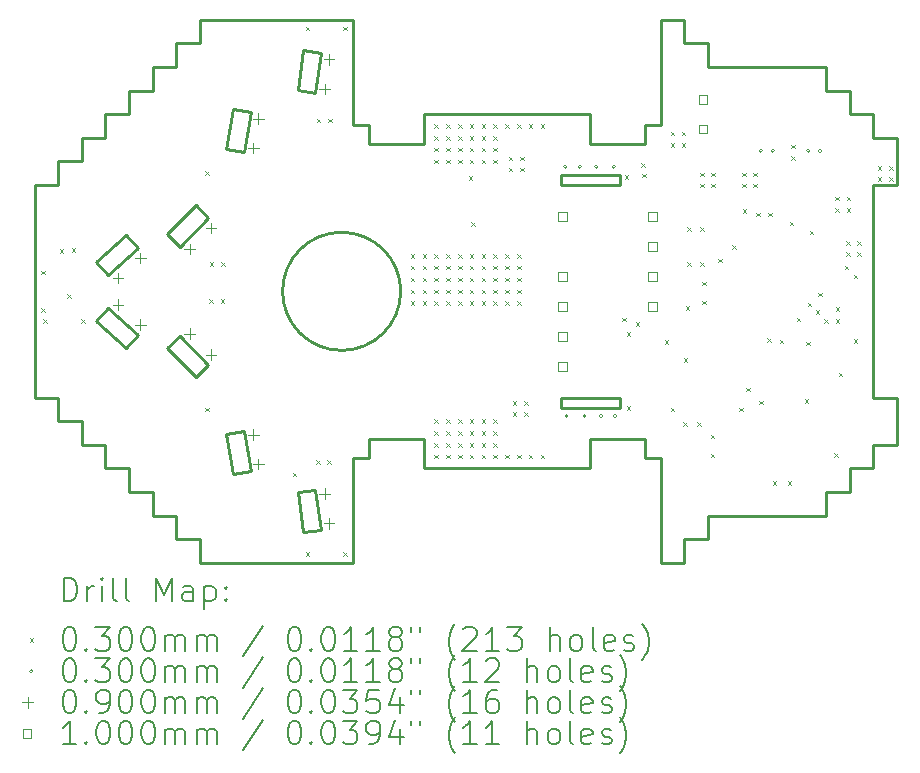
<source format=gbr>
%TF.GenerationSoftware,KiCad,Pcbnew,7.0.5*%
%TF.CreationDate,2024-01-12T06:43:09+09:00*%
%TF.ProjectId,uglyBob,75676c79-426f-4622-9e6b-696361645f70,rev?*%
%TF.SameCoordinates,Original*%
%TF.FileFunction,Drillmap*%
%TF.FilePolarity,Positive*%
%FSLAX45Y45*%
G04 Gerber Fmt 4.5, Leading zero omitted, Abs format (unit mm)*
G04 Created by KiCad (PCBNEW 7.0.5) date 2024-01-12 06:43:09*
%MOMM*%
%LPD*%
G01*
G04 APERTURE LIST*
%ADD10C,0.250000*%
%ADD11C,0.200000*%
%ADD12C,0.030000*%
%ADD13C,0.090000*%
%ADD14C,0.100000*%
G04 APERTURE END LIST*
D10*
X13100000Y-10900000D02*
X13100000Y-9100000D01*
X11300000Y-8590000D02*
X11165000Y-8590000D01*
X7000000Y-11900000D02*
X7200000Y-11900000D01*
X7400000Y-7700000D02*
X7400000Y-7900000D01*
X11165000Y-8590000D02*
X11165000Y-8750000D01*
X10455000Y-9015000D02*
X10455000Y-9100000D01*
X6200000Y-8900000D02*
X6200000Y-9100000D01*
X7228909Y-9622151D02*
X7471091Y-9377849D01*
X7200000Y-11900000D02*
X7200000Y-12100000D01*
X8227148Y-11700983D02*
X8275878Y-12041514D01*
X9295000Y-8500000D02*
X9295000Y-8750000D01*
X10955000Y-9100000D02*
X10955000Y-9015000D01*
X10705000Y-8750000D02*
X10705000Y-8500000D01*
X7623674Y-11205110D02*
X7680439Y-11544394D01*
X6000000Y-10900000D02*
X6200000Y-10900000D01*
X9295000Y-8750000D02*
X8835000Y-8750000D01*
X13100000Y-11300000D02*
X13300000Y-11300000D01*
X7471091Y-9377849D02*
X7364564Y-9272246D01*
X7828383Y-8480358D02*
X7680439Y-8455606D01*
X6622445Y-10138257D02*
X6521818Y-10249497D01*
X12900000Y-11700000D02*
X12900000Y-11500000D01*
X10455000Y-9100000D02*
X10955000Y-9100000D01*
X12900000Y-11500000D02*
X13100000Y-11500000D01*
X11700000Y-11900000D02*
X12700000Y-11900000D01*
X8835000Y-8590000D02*
X8700000Y-8590000D01*
X11165000Y-11410000D02*
X11300000Y-11410000D01*
X7828383Y-11519642D02*
X7771617Y-11180358D01*
X11500000Y-12300000D02*
X11500000Y-12100000D01*
X8700000Y-11410000D02*
X8835000Y-11410000D01*
X11500000Y-7900000D02*
X11500000Y-7700000D01*
X8835000Y-11250000D02*
X9295000Y-11250000D01*
X10705000Y-8500000D02*
X9295000Y-8500000D01*
X11165000Y-8750000D02*
X10705000Y-8750000D01*
X13300000Y-8700000D02*
X13100000Y-8700000D01*
X11165000Y-11250000D02*
X11165000Y-11410000D01*
X8375635Y-8320265D02*
X8424365Y-7979734D01*
X7771617Y-8819642D02*
X7828383Y-8480358D01*
X6877555Y-9630973D02*
X6776928Y-9519733D01*
X12900000Y-8500000D02*
X12900000Y-8300000D01*
X12700000Y-8100000D02*
X11700000Y-8100000D01*
X6000000Y-9100000D02*
X6000000Y-10900000D01*
X8700000Y-7700000D02*
X7400000Y-7700000D01*
X6600000Y-11300000D02*
X6600000Y-11500000D01*
X7200000Y-7900000D02*
X7200000Y-8100000D01*
X9295000Y-11250000D02*
X9295000Y-11500000D01*
X6521818Y-9750504D02*
X6622445Y-9861743D01*
X6800000Y-11500000D02*
X6800000Y-11700000D01*
X8424365Y-12020265D02*
X8375635Y-11679734D01*
X11300000Y-7700000D02*
X11300000Y-8590000D01*
X12700000Y-11900000D02*
X12700000Y-11700000D01*
X6400000Y-11300000D02*
X6600000Y-11300000D01*
X7771617Y-11180358D02*
X7623674Y-11205110D01*
X7228909Y-10377849D02*
X7122382Y-10483452D01*
X7680439Y-8455606D02*
X7623674Y-8794890D01*
X6400000Y-8700000D02*
X6400000Y-8900000D01*
X13300000Y-11300000D02*
X13300000Y-10900000D01*
X7000000Y-8100000D02*
X7000000Y-8300000D01*
X8700000Y-12300000D02*
X8700000Y-11410000D01*
X6200000Y-9100000D02*
X6000000Y-9100000D01*
X6776928Y-9519733D02*
X6521818Y-9750504D01*
X10705000Y-11250000D02*
X11165000Y-11250000D01*
X7400000Y-7900000D02*
X7200000Y-7900000D01*
X11300000Y-11410000D02*
X11300000Y-12300000D01*
X13100000Y-8500000D02*
X12900000Y-8500000D01*
X7122382Y-10483452D02*
X7364564Y-10727754D01*
X10455000Y-10985000D02*
X10955000Y-10985000D01*
X6800000Y-8500000D02*
X6600000Y-8500000D01*
X8375635Y-11679734D02*
X8227148Y-11700983D01*
X7200000Y-8100000D02*
X7000000Y-8100000D01*
X6600000Y-8500000D02*
X6600000Y-8700000D01*
X10705000Y-11500000D02*
X10705000Y-11250000D01*
X6800000Y-11700000D02*
X7000000Y-11700000D01*
X8275878Y-12041514D02*
X8424365Y-12020265D01*
X6400000Y-8900000D02*
X6200000Y-8900000D01*
X8275878Y-7958486D02*
X8227148Y-8299017D01*
X10955000Y-9015000D02*
X10455000Y-9015000D01*
X6877555Y-10369028D02*
X6622445Y-10138257D01*
X9100000Y-10000000D02*
G75*
G03*
X9100000Y-10000000I-500000J0D01*
G01*
X8835000Y-8750000D02*
X8835000Y-8590000D01*
X7471091Y-10622151D02*
X7228909Y-10377849D01*
X8700000Y-8590000D02*
X8700000Y-7700000D01*
X7400000Y-12100000D02*
X7400000Y-12300000D01*
X7364564Y-9272246D02*
X7122382Y-9516548D01*
X13100000Y-9100000D02*
X13300000Y-9100000D01*
X6622445Y-9861743D02*
X6877555Y-9630973D01*
X13100000Y-11500000D02*
X13100000Y-11300000D01*
X10955000Y-10900000D02*
X10455000Y-10900000D01*
X9295000Y-11500000D02*
X10705000Y-11500000D01*
X8227148Y-8299017D02*
X8375635Y-8320265D01*
X8424365Y-7979734D02*
X8275878Y-7958486D01*
X7122382Y-9516548D02*
X7228909Y-9622151D01*
X7364564Y-10727754D02*
X7471091Y-10622151D01*
X6200000Y-11100000D02*
X6400000Y-11100000D01*
X11700000Y-7900000D02*
X11500000Y-7900000D01*
X11500000Y-12100000D02*
X11700000Y-12100000D01*
X11300000Y-12300000D02*
X11500000Y-12300000D01*
X6776928Y-10480267D02*
X6877555Y-10369028D01*
X7623674Y-8794890D02*
X7771617Y-8819642D01*
X6200000Y-10900000D02*
X6200000Y-11100000D01*
X6521818Y-10249497D02*
X6776928Y-10480267D01*
X13100000Y-8700000D02*
X13100000Y-8500000D01*
X7000000Y-11700000D02*
X7000000Y-11900000D01*
X7200000Y-12100000D02*
X7400000Y-12100000D01*
X12700000Y-8300000D02*
X12700000Y-8100000D01*
X11500000Y-7700000D02*
X11300000Y-7700000D01*
X10955000Y-10985000D02*
X10955000Y-10900000D01*
X12700000Y-11700000D02*
X12900000Y-11700000D01*
X10455000Y-10900000D02*
X10455000Y-10985000D01*
X6400000Y-11100000D02*
X6400000Y-11300000D01*
X7400000Y-12300000D02*
X8700000Y-12300000D01*
X11700000Y-12100000D02*
X11700000Y-11900000D01*
X13300000Y-9100000D02*
X13300000Y-8700000D01*
X6800000Y-8300000D02*
X6800000Y-8500000D01*
X8835000Y-11410000D02*
X8835000Y-11250000D01*
X6600000Y-11500000D02*
X6800000Y-11500000D01*
X7680439Y-11544394D02*
X7828383Y-11519642D01*
X13300000Y-10900000D02*
X13100000Y-10900000D01*
X11700000Y-8100000D02*
X11700000Y-7900000D01*
X12900000Y-8300000D02*
X12700000Y-8300000D01*
X6600000Y-8700000D02*
X6400000Y-8700000D01*
X7000000Y-8300000D02*
X6800000Y-8300000D01*
D11*
D12*
X6055000Y-9825000D02*
X6085000Y-9855000D01*
X6085000Y-9825000D02*
X6055000Y-9855000D01*
X6055000Y-10145000D02*
X6085000Y-10175000D01*
X6085000Y-10145000D02*
X6055000Y-10175000D01*
X6075000Y-10235000D02*
X6105000Y-10265000D01*
X6105000Y-10235000D02*
X6075000Y-10265000D01*
X6215000Y-9645000D02*
X6245000Y-9675000D01*
X6245000Y-9645000D02*
X6215000Y-9675000D01*
X6275000Y-10025000D02*
X6305000Y-10055000D01*
X6305000Y-10025000D02*
X6275000Y-10055000D01*
X6315000Y-9635000D02*
X6345000Y-9665000D01*
X6345000Y-9635000D02*
X6315000Y-9665000D01*
X6395000Y-10235000D02*
X6425000Y-10265000D01*
X6425000Y-10235000D02*
X6395000Y-10265000D01*
X7445000Y-8985000D02*
X7475000Y-9015000D01*
X7475000Y-8985000D02*
X7445000Y-9015000D01*
X7445000Y-10985000D02*
X7475000Y-11015000D01*
X7475000Y-10985000D02*
X7445000Y-11015000D01*
X7480000Y-10065000D02*
X7510000Y-10095000D01*
X7510000Y-10065000D02*
X7480000Y-10095000D01*
X7485000Y-9755000D02*
X7515000Y-9785000D01*
X7515000Y-9755000D02*
X7485000Y-9785000D01*
X7575000Y-10065000D02*
X7605000Y-10095000D01*
X7605000Y-10065000D02*
X7575000Y-10095000D01*
X7580000Y-9755000D02*
X7610000Y-9785000D01*
X7610000Y-9755000D02*
X7580000Y-9785000D01*
X8185000Y-11535000D02*
X8215000Y-11565000D01*
X8215000Y-11535000D02*
X8185000Y-11565000D01*
X8295000Y-7760000D02*
X8325000Y-7790000D01*
X8325000Y-7760000D02*
X8295000Y-7790000D01*
X8295000Y-12210000D02*
X8325000Y-12240000D01*
X8325000Y-12210000D02*
X8295000Y-12240000D01*
X8385000Y-11430000D02*
X8415000Y-11460000D01*
X8415000Y-11430000D02*
X8385000Y-11460000D01*
X8390000Y-8540000D02*
X8420000Y-8570000D01*
X8420000Y-8540000D02*
X8390000Y-8570000D01*
X8480000Y-11430000D02*
X8510000Y-11460000D01*
X8510000Y-11430000D02*
X8480000Y-11460000D01*
X8485000Y-8540000D02*
X8515000Y-8570000D01*
X8515000Y-8540000D02*
X8485000Y-8570000D01*
X8615000Y-7760000D02*
X8645000Y-7790000D01*
X8645000Y-7760000D02*
X8615000Y-7790000D01*
X8615000Y-12210000D02*
X8645000Y-12240000D01*
X8645000Y-12210000D02*
X8615000Y-12240000D01*
X9185000Y-9685000D02*
X9215000Y-9715000D01*
X9215000Y-9685000D02*
X9185000Y-9715000D01*
X9185000Y-9785000D02*
X9215000Y-9815000D01*
X9215000Y-9785000D02*
X9185000Y-9815000D01*
X9185000Y-9885000D02*
X9215000Y-9915000D01*
X9215000Y-9885000D02*
X9185000Y-9915000D01*
X9185000Y-9985000D02*
X9215000Y-10015000D01*
X9215000Y-9985000D02*
X9185000Y-10015000D01*
X9185000Y-10085000D02*
X9215000Y-10115000D01*
X9215000Y-10085000D02*
X9185000Y-10115000D01*
X9285000Y-9685000D02*
X9315000Y-9715000D01*
X9315000Y-9685000D02*
X9285000Y-9715000D01*
X9285000Y-9785000D02*
X9315000Y-9815000D01*
X9315000Y-9785000D02*
X9285000Y-9815000D01*
X9285000Y-9885000D02*
X9315000Y-9915000D01*
X9315000Y-9885000D02*
X9285000Y-9915000D01*
X9285000Y-9985000D02*
X9315000Y-10015000D01*
X9315000Y-9985000D02*
X9285000Y-10015000D01*
X9285000Y-10085000D02*
X9315000Y-10115000D01*
X9315000Y-10085000D02*
X9285000Y-10115000D01*
X9385000Y-8585000D02*
X9415000Y-8615000D01*
X9415000Y-8585000D02*
X9385000Y-8615000D01*
X9385000Y-8685000D02*
X9415000Y-8715000D01*
X9415000Y-8685000D02*
X9385000Y-8715000D01*
X9385000Y-8785000D02*
X9415000Y-8815000D01*
X9415000Y-8785000D02*
X9385000Y-8815000D01*
X9385000Y-8885000D02*
X9415000Y-8915000D01*
X9415000Y-8885000D02*
X9385000Y-8915000D01*
X9385000Y-9685000D02*
X9415000Y-9715000D01*
X9415000Y-9685000D02*
X9385000Y-9715000D01*
X9385000Y-9785000D02*
X9415000Y-9815000D01*
X9415000Y-9785000D02*
X9385000Y-9815000D01*
X9385000Y-9885000D02*
X9415000Y-9915000D01*
X9415000Y-9885000D02*
X9385000Y-9915000D01*
X9385000Y-9985000D02*
X9415000Y-10015000D01*
X9415000Y-9985000D02*
X9385000Y-10015000D01*
X9385000Y-10085000D02*
X9415000Y-10115000D01*
X9415000Y-10085000D02*
X9385000Y-10115000D01*
X9385000Y-11085000D02*
X9415000Y-11115000D01*
X9415000Y-11085000D02*
X9385000Y-11115000D01*
X9385000Y-11185000D02*
X9415000Y-11215000D01*
X9415000Y-11185000D02*
X9385000Y-11215000D01*
X9385000Y-11285000D02*
X9415000Y-11315000D01*
X9415000Y-11285000D02*
X9385000Y-11315000D01*
X9385000Y-11385000D02*
X9415000Y-11415000D01*
X9415000Y-11385000D02*
X9385000Y-11415000D01*
X9485000Y-8585000D02*
X9515000Y-8615000D01*
X9515000Y-8585000D02*
X9485000Y-8615000D01*
X9485000Y-8685000D02*
X9515000Y-8715000D01*
X9515000Y-8685000D02*
X9485000Y-8715000D01*
X9485000Y-8785000D02*
X9515000Y-8815000D01*
X9515000Y-8785000D02*
X9485000Y-8815000D01*
X9485000Y-8885000D02*
X9515000Y-8915000D01*
X9515000Y-8885000D02*
X9485000Y-8915000D01*
X9485000Y-9685000D02*
X9515000Y-9715000D01*
X9515000Y-9685000D02*
X9485000Y-9715000D01*
X9485000Y-9785000D02*
X9515000Y-9815000D01*
X9515000Y-9785000D02*
X9485000Y-9815000D01*
X9485000Y-9885000D02*
X9515000Y-9915000D01*
X9515000Y-9885000D02*
X9485000Y-9915000D01*
X9485000Y-9985000D02*
X9515000Y-10015000D01*
X9515000Y-9985000D02*
X9485000Y-10015000D01*
X9485000Y-10085000D02*
X9515000Y-10115000D01*
X9515000Y-10085000D02*
X9485000Y-10115000D01*
X9485000Y-11085000D02*
X9515000Y-11115000D01*
X9515000Y-11085000D02*
X9485000Y-11115000D01*
X9485000Y-11185000D02*
X9515000Y-11215000D01*
X9515000Y-11185000D02*
X9485000Y-11215000D01*
X9485000Y-11285000D02*
X9515000Y-11315000D01*
X9515000Y-11285000D02*
X9485000Y-11315000D01*
X9485000Y-11385000D02*
X9515000Y-11415000D01*
X9515000Y-11385000D02*
X9485000Y-11415000D01*
X9585000Y-8585000D02*
X9615000Y-8615000D01*
X9615000Y-8585000D02*
X9585000Y-8615000D01*
X9585000Y-8685000D02*
X9615000Y-8715000D01*
X9615000Y-8685000D02*
X9585000Y-8715000D01*
X9585000Y-8785000D02*
X9615000Y-8815000D01*
X9615000Y-8785000D02*
X9585000Y-8815000D01*
X9585000Y-8885000D02*
X9615000Y-8915000D01*
X9615000Y-8885000D02*
X9585000Y-8915000D01*
X9585000Y-9685000D02*
X9615000Y-9715000D01*
X9615000Y-9685000D02*
X9585000Y-9715000D01*
X9585000Y-9785000D02*
X9615000Y-9815000D01*
X9615000Y-9785000D02*
X9585000Y-9815000D01*
X9585000Y-9885000D02*
X9615000Y-9915000D01*
X9615000Y-9885000D02*
X9585000Y-9915000D01*
X9585000Y-9985000D02*
X9615000Y-10015000D01*
X9615000Y-9985000D02*
X9585000Y-10015000D01*
X9585000Y-10085000D02*
X9615000Y-10115000D01*
X9615000Y-10085000D02*
X9585000Y-10115000D01*
X9585000Y-11085000D02*
X9615000Y-11115000D01*
X9615000Y-11085000D02*
X9585000Y-11115000D01*
X9585000Y-11185000D02*
X9615000Y-11215000D01*
X9615000Y-11185000D02*
X9585000Y-11215000D01*
X9585000Y-11285000D02*
X9615000Y-11315000D01*
X9615000Y-11285000D02*
X9585000Y-11315000D01*
X9585000Y-11385000D02*
X9615000Y-11415000D01*
X9615000Y-11385000D02*
X9585000Y-11415000D01*
X9675000Y-9025000D02*
X9705000Y-9055000D01*
X9705000Y-9025000D02*
X9675000Y-9055000D01*
X9685000Y-8585000D02*
X9715000Y-8615000D01*
X9715000Y-8585000D02*
X9685000Y-8615000D01*
X9685000Y-8685000D02*
X9715000Y-8715000D01*
X9715000Y-8685000D02*
X9685000Y-8715000D01*
X9685000Y-8785000D02*
X9715000Y-8815000D01*
X9715000Y-8785000D02*
X9685000Y-8815000D01*
X9685000Y-8885000D02*
X9715000Y-8915000D01*
X9715000Y-8885000D02*
X9685000Y-8915000D01*
X9685000Y-9685000D02*
X9715000Y-9715000D01*
X9715000Y-9685000D02*
X9685000Y-9715000D01*
X9685000Y-9785000D02*
X9715000Y-9815000D01*
X9715000Y-9785000D02*
X9685000Y-9815000D01*
X9685000Y-9885000D02*
X9715000Y-9915000D01*
X9715000Y-9885000D02*
X9685000Y-9915000D01*
X9685000Y-9985000D02*
X9715000Y-10015000D01*
X9715000Y-9985000D02*
X9685000Y-10015000D01*
X9685000Y-10085000D02*
X9715000Y-10115000D01*
X9715000Y-10085000D02*
X9685000Y-10115000D01*
X9685000Y-11085000D02*
X9715000Y-11115000D01*
X9715000Y-11085000D02*
X9685000Y-11115000D01*
X9685000Y-11185000D02*
X9715000Y-11215000D01*
X9715000Y-11185000D02*
X9685000Y-11215000D01*
X9685000Y-11285000D02*
X9715000Y-11315000D01*
X9715000Y-11285000D02*
X9685000Y-11315000D01*
X9685000Y-11385000D02*
X9715000Y-11415000D01*
X9715000Y-11385000D02*
X9685000Y-11415000D01*
X9695000Y-9415000D02*
X9725000Y-9445000D01*
X9725000Y-9415000D02*
X9695000Y-9445000D01*
X9785000Y-8585000D02*
X9815000Y-8615000D01*
X9815000Y-8585000D02*
X9785000Y-8615000D01*
X9785000Y-8685000D02*
X9815000Y-8715000D01*
X9815000Y-8685000D02*
X9785000Y-8715000D01*
X9785000Y-8785000D02*
X9815000Y-8815000D01*
X9815000Y-8785000D02*
X9785000Y-8815000D01*
X9785000Y-8885000D02*
X9815000Y-8915000D01*
X9815000Y-8885000D02*
X9785000Y-8915000D01*
X9785000Y-9685000D02*
X9815000Y-9715000D01*
X9815000Y-9685000D02*
X9785000Y-9715000D01*
X9785000Y-9785000D02*
X9815000Y-9815000D01*
X9815000Y-9785000D02*
X9785000Y-9815000D01*
X9785000Y-9885000D02*
X9815000Y-9915000D01*
X9815000Y-9885000D02*
X9785000Y-9915000D01*
X9785000Y-9985000D02*
X9815000Y-10015000D01*
X9815000Y-9985000D02*
X9785000Y-10015000D01*
X9785000Y-10085000D02*
X9815000Y-10115000D01*
X9815000Y-10085000D02*
X9785000Y-10115000D01*
X9785000Y-11085000D02*
X9815000Y-11115000D01*
X9815000Y-11085000D02*
X9785000Y-11115000D01*
X9785000Y-11185000D02*
X9815000Y-11215000D01*
X9815000Y-11185000D02*
X9785000Y-11215000D01*
X9785000Y-11285000D02*
X9815000Y-11315000D01*
X9815000Y-11285000D02*
X9785000Y-11315000D01*
X9785000Y-11385000D02*
X9815000Y-11415000D01*
X9815000Y-11385000D02*
X9785000Y-11415000D01*
X9885000Y-8585000D02*
X9915000Y-8615000D01*
X9915000Y-8585000D02*
X9885000Y-8615000D01*
X9885000Y-8685000D02*
X9915000Y-8715000D01*
X9915000Y-8685000D02*
X9885000Y-8715000D01*
X9885000Y-8785000D02*
X9915000Y-8815000D01*
X9915000Y-8785000D02*
X9885000Y-8815000D01*
X9885000Y-8885000D02*
X9915000Y-8915000D01*
X9915000Y-8885000D02*
X9885000Y-8915000D01*
X9885000Y-9685000D02*
X9915000Y-9715000D01*
X9915000Y-9685000D02*
X9885000Y-9715000D01*
X9885000Y-9785000D02*
X9915000Y-9815000D01*
X9915000Y-9785000D02*
X9885000Y-9815000D01*
X9885000Y-9885000D02*
X9915000Y-9915000D01*
X9915000Y-9885000D02*
X9885000Y-9915000D01*
X9885000Y-9985000D02*
X9915000Y-10015000D01*
X9915000Y-9985000D02*
X9885000Y-10015000D01*
X9885000Y-10085000D02*
X9915000Y-10115000D01*
X9915000Y-10085000D02*
X9885000Y-10115000D01*
X9885000Y-11085000D02*
X9915000Y-11115000D01*
X9915000Y-11085000D02*
X9885000Y-11115000D01*
X9885000Y-11185000D02*
X9915000Y-11215000D01*
X9915000Y-11185000D02*
X9885000Y-11215000D01*
X9885000Y-11285000D02*
X9915000Y-11315000D01*
X9915000Y-11285000D02*
X9885000Y-11315000D01*
X9885000Y-11385000D02*
X9915000Y-11415000D01*
X9915000Y-11385000D02*
X9885000Y-11415000D01*
X9985000Y-8585000D02*
X10015000Y-8615000D01*
X10015000Y-8585000D02*
X9985000Y-8615000D01*
X9985000Y-9685000D02*
X10015000Y-9715000D01*
X10015000Y-9685000D02*
X9985000Y-9715000D01*
X9985000Y-9785000D02*
X10015000Y-9815000D01*
X10015000Y-9785000D02*
X9985000Y-9815000D01*
X9985000Y-9885000D02*
X10015000Y-9915000D01*
X10015000Y-9885000D02*
X9985000Y-9915000D01*
X9985000Y-9985000D02*
X10015000Y-10015000D01*
X10015000Y-9985000D02*
X9985000Y-10015000D01*
X9985000Y-10085000D02*
X10015000Y-10115000D01*
X10015000Y-10085000D02*
X9985000Y-10115000D01*
X9985000Y-11385000D02*
X10015000Y-11415000D01*
X10015000Y-11385000D02*
X9985000Y-11415000D01*
X10015000Y-8860000D02*
X10045000Y-8890000D01*
X10045000Y-8860000D02*
X10015000Y-8890000D01*
X10015000Y-8955000D02*
X10045000Y-8985000D01*
X10045000Y-8955000D02*
X10015000Y-8985000D01*
X10050000Y-10930000D02*
X10080000Y-10960000D01*
X10080000Y-10930000D02*
X10050000Y-10960000D01*
X10050000Y-11025000D02*
X10080000Y-11055000D01*
X10080000Y-11025000D02*
X10050000Y-11055000D01*
X10085000Y-8585000D02*
X10115000Y-8615000D01*
X10115000Y-8585000D02*
X10085000Y-8615000D01*
X10085000Y-9685000D02*
X10115000Y-9715000D01*
X10115000Y-9685000D02*
X10085000Y-9715000D01*
X10085000Y-9785000D02*
X10115000Y-9815000D01*
X10115000Y-9785000D02*
X10085000Y-9815000D01*
X10085000Y-9885000D02*
X10115000Y-9915000D01*
X10115000Y-9885000D02*
X10085000Y-9915000D01*
X10085000Y-9985000D02*
X10115000Y-10015000D01*
X10115000Y-9985000D02*
X10085000Y-10015000D01*
X10085000Y-10085000D02*
X10115000Y-10115000D01*
X10115000Y-10085000D02*
X10085000Y-10115000D01*
X10085000Y-11385000D02*
X10115000Y-11415000D01*
X10115000Y-11385000D02*
X10085000Y-11415000D01*
X10110000Y-8860000D02*
X10140000Y-8890000D01*
X10140000Y-8860000D02*
X10110000Y-8890000D01*
X10110000Y-8955000D02*
X10140000Y-8985000D01*
X10140000Y-8955000D02*
X10110000Y-8985000D01*
X10145000Y-10930000D02*
X10175000Y-10960000D01*
X10175000Y-10930000D02*
X10145000Y-10960000D01*
X10145000Y-11025000D02*
X10175000Y-11055000D01*
X10175000Y-11025000D02*
X10145000Y-11055000D01*
X10185000Y-8585000D02*
X10215000Y-8615000D01*
X10215000Y-8585000D02*
X10185000Y-8615000D01*
X10185000Y-11385000D02*
X10215000Y-11415000D01*
X10215000Y-11385000D02*
X10185000Y-11415000D01*
X10285000Y-8585000D02*
X10315000Y-8615000D01*
X10315000Y-8585000D02*
X10285000Y-8615000D01*
X10285000Y-11385000D02*
X10315000Y-11415000D01*
X10315000Y-11385000D02*
X10285000Y-11415000D01*
X10975000Y-10225000D02*
X11005000Y-10255000D01*
X11005000Y-10225000D02*
X10975000Y-10255000D01*
X10995000Y-9015000D02*
X11025000Y-9045000D01*
X11025000Y-9015000D02*
X10995000Y-9045000D01*
X11015000Y-10345000D02*
X11045000Y-10375000D01*
X11045000Y-10345000D02*
X11015000Y-10375000D01*
X11015000Y-10975000D02*
X11045000Y-11005000D01*
X11045000Y-10975000D02*
X11015000Y-11005000D01*
X11090000Y-10260000D02*
X11120000Y-10290000D01*
X11120000Y-10260000D02*
X11090000Y-10290000D01*
X11135000Y-8915000D02*
X11165000Y-8945000D01*
X11165000Y-8915000D02*
X11135000Y-8945000D01*
X11145000Y-9005000D02*
X11175000Y-9035000D01*
X11175000Y-9005000D02*
X11145000Y-9035000D01*
X11335000Y-10415000D02*
X11365000Y-10445000D01*
X11365000Y-10415000D02*
X11335000Y-10445000D01*
X11385000Y-8650000D02*
X11415000Y-8680000D01*
X11415000Y-8650000D02*
X11385000Y-8680000D01*
X11385000Y-8745000D02*
X11415000Y-8775000D01*
X11415000Y-8745000D02*
X11385000Y-8775000D01*
X11385000Y-10985000D02*
X11415000Y-11015000D01*
X11415000Y-10985000D02*
X11385000Y-11015000D01*
X11480000Y-8650000D02*
X11510000Y-8680000D01*
X11510000Y-8650000D02*
X11480000Y-8680000D01*
X11480000Y-8745000D02*
X11510000Y-8775000D01*
X11510000Y-8745000D02*
X11480000Y-8775000D01*
X11490000Y-11110000D02*
X11520000Y-11140000D01*
X11520000Y-11110000D02*
X11490000Y-11140000D01*
X11495000Y-10565000D02*
X11525000Y-10595000D01*
X11525000Y-10565000D02*
X11495000Y-10595000D01*
X11515000Y-10125000D02*
X11545000Y-10155000D01*
X11545000Y-10125000D02*
X11515000Y-10155000D01*
X11525000Y-9455000D02*
X11555000Y-9485000D01*
X11555000Y-9455000D02*
X11525000Y-9485000D01*
X11525000Y-9755000D02*
X11555000Y-9785000D01*
X11555000Y-9755000D02*
X11525000Y-9785000D01*
X11610000Y-11110000D02*
X11640000Y-11140000D01*
X11640000Y-11110000D02*
X11610000Y-11140000D01*
X11635000Y-8995000D02*
X11665000Y-9025000D01*
X11665000Y-8995000D02*
X11635000Y-9025000D01*
X11635000Y-9090000D02*
X11665000Y-9120000D01*
X11665000Y-9090000D02*
X11635000Y-9120000D01*
X11635000Y-9455000D02*
X11665000Y-9485000D01*
X11665000Y-9455000D02*
X11635000Y-9485000D01*
X11635000Y-9755000D02*
X11665000Y-9785000D01*
X11665000Y-9755000D02*
X11635000Y-9785000D01*
X11655000Y-9920000D02*
X11685000Y-9950000D01*
X11685000Y-9920000D02*
X11655000Y-9950000D01*
X11655000Y-10080000D02*
X11685000Y-10110000D01*
X11685000Y-10080000D02*
X11655000Y-10110000D01*
X11725000Y-11215000D02*
X11755000Y-11245000D01*
X11755000Y-11215000D02*
X11725000Y-11245000D01*
X11725000Y-11375000D02*
X11755000Y-11405000D01*
X11755000Y-11375000D02*
X11725000Y-11405000D01*
X11730000Y-8995000D02*
X11760000Y-9025000D01*
X11760000Y-8995000D02*
X11730000Y-9025000D01*
X11730000Y-9090000D02*
X11760000Y-9120000D01*
X11760000Y-9090000D02*
X11730000Y-9120000D01*
X11790000Y-9725000D02*
X11820000Y-9755000D01*
X11820000Y-9725000D02*
X11790000Y-9755000D01*
X11905000Y-9610000D02*
X11935000Y-9640000D01*
X11935000Y-9610000D02*
X11905000Y-9640000D01*
X11965000Y-10985000D02*
X11995000Y-11015000D01*
X11995000Y-10985000D02*
X11965000Y-11015000D01*
X11990000Y-8995000D02*
X12020000Y-9025000D01*
X12020000Y-8995000D02*
X11990000Y-9025000D01*
X11990000Y-9090000D02*
X12020000Y-9120000D01*
X12020000Y-9090000D02*
X11990000Y-9120000D01*
X11995000Y-9305000D02*
X12025000Y-9335000D01*
X12025000Y-9305000D02*
X11995000Y-9335000D01*
X12025000Y-10815000D02*
X12055000Y-10845000D01*
X12055000Y-10815000D02*
X12025000Y-10845000D01*
X12085000Y-8995000D02*
X12115000Y-9025000D01*
X12115000Y-8995000D02*
X12085000Y-9025000D01*
X12085000Y-9090000D02*
X12115000Y-9120000D01*
X12115000Y-9090000D02*
X12085000Y-9120000D01*
X12110000Y-9335000D02*
X12140000Y-9365000D01*
X12140000Y-9335000D02*
X12110000Y-9365000D01*
X12135000Y-10925000D02*
X12165000Y-10955000D01*
X12165000Y-10925000D02*
X12135000Y-10955000D01*
X12205000Y-10395000D02*
X12235000Y-10425000D01*
X12235000Y-10395000D02*
X12205000Y-10425000D01*
X12210000Y-9335000D02*
X12240000Y-9365000D01*
X12240000Y-9335000D02*
X12210000Y-9365000D01*
X12250000Y-11610000D02*
X12280000Y-11640000D01*
X12280000Y-11610000D02*
X12250000Y-11640000D01*
X12310000Y-10410000D02*
X12340000Y-10440000D01*
X12340000Y-10410000D02*
X12310000Y-10440000D01*
X12375000Y-11610000D02*
X12405000Y-11640000D01*
X12405000Y-11610000D02*
X12375000Y-11640000D01*
X12395000Y-9410000D02*
X12425000Y-9440000D01*
X12425000Y-9410000D02*
X12395000Y-9440000D01*
X12405000Y-8760000D02*
X12435000Y-8790000D01*
X12435000Y-8760000D02*
X12405000Y-8790000D01*
X12405000Y-8855000D02*
X12435000Y-8885000D01*
X12435000Y-8855000D02*
X12405000Y-8885000D01*
X12455000Y-10225000D02*
X12485000Y-10255000D01*
X12485000Y-10225000D02*
X12455000Y-10255000D01*
X12520000Y-10915000D02*
X12550000Y-10945000D01*
X12550000Y-10915000D02*
X12520000Y-10945000D01*
X12534850Y-10425000D02*
X12564850Y-10455000D01*
X12564850Y-10425000D02*
X12534850Y-10455000D01*
X12545000Y-10095000D02*
X12575000Y-10125000D01*
X12575000Y-10095000D02*
X12545000Y-10125000D01*
X12565000Y-9485000D02*
X12595000Y-9515000D01*
X12595000Y-9485000D02*
X12565000Y-9515000D01*
X12615000Y-10160000D02*
X12645000Y-10190000D01*
X12645000Y-10160000D02*
X12615000Y-10190000D01*
X12635000Y-10010000D02*
X12665000Y-10040000D01*
X12665000Y-10010000D02*
X12635000Y-10040000D01*
X12685000Y-10235000D02*
X12715000Y-10265000D01*
X12715000Y-10235000D02*
X12685000Y-10265000D01*
X12770000Y-11370000D02*
X12800000Y-11400000D01*
X12800000Y-11370000D02*
X12770000Y-11400000D01*
X12780000Y-9200000D02*
X12810000Y-9230000D01*
X12810000Y-9200000D02*
X12780000Y-9230000D01*
X12780000Y-9295000D02*
X12810000Y-9325000D01*
X12810000Y-9295000D02*
X12780000Y-9325000D01*
X12785000Y-10135000D02*
X12815000Y-10165000D01*
X12815000Y-10135000D02*
X12785000Y-10165000D01*
X12785000Y-10235000D02*
X12815000Y-10265000D01*
X12815000Y-10235000D02*
X12785000Y-10265000D01*
X12810000Y-10690000D02*
X12840000Y-10720000D01*
X12840000Y-10690000D02*
X12810000Y-10720000D01*
X12860000Y-9785000D02*
X12890000Y-9815000D01*
X12890000Y-9785000D02*
X12860000Y-9815000D01*
X12870000Y-9575000D02*
X12900000Y-9605000D01*
X12900000Y-9575000D02*
X12870000Y-9605000D01*
X12870000Y-9670000D02*
X12900000Y-9700000D01*
X12900000Y-9670000D02*
X12870000Y-9700000D01*
X12875000Y-9200000D02*
X12905000Y-9230000D01*
X12905000Y-9200000D02*
X12875000Y-9230000D01*
X12875000Y-9295000D02*
X12905000Y-9325000D01*
X12905000Y-9295000D02*
X12875000Y-9325000D01*
X12935000Y-9860000D02*
X12965000Y-9890000D01*
X12965000Y-9860000D02*
X12935000Y-9890000D01*
X12935000Y-10405000D02*
X12965000Y-10435000D01*
X12965000Y-10405000D02*
X12935000Y-10435000D01*
X12965000Y-9575000D02*
X12995000Y-9605000D01*
X12995000Y-9575000D02*
X12965000Y-9605000D01*
X12965000Y-9670000D02*
X12995000Y-9700000D01*
X12995000Y-9670000D02*
X12965000Y-9700000D01*
X13140000Y-8940000D02*
X13170000Y-8970000D01*
X13170000Y-8940000D02*
X13140000Y-8970000D01*
X13140000Y-9035000D02*
X13170000Y-9065000D01*
X13170000Y-9035000D02*
X13140000Y-9065000D01*
X13235000Y-8940000D02*
X13265000Y-8970000D01*
X13265000Y-8940000D02*
X13235000Y-8970000D01*
X13235000Y-9035000D02*
X13265000Y-9065000D01*
X13265000Y-9035000D02*
X13235000Y-9065000D01*
X10510000Y-8945000D02*
G75*
G03*
X10510000Y-8945000I-15000J0D01*
G01*
X10520000Y-11055000D02*
G75*
G03*
X10520000Y-11055000I-15000J0D01*
G01*
X10630000Y-8945000D02*
G75*
G03*
X10630000Y-8945000I-15000J0D01*
G01*
X10670000Y-11055000D02*
G75*
G03*
X10670000Y-11055000I-15000J0D01*
G01*
X10770000Y-8945000D02*
G75*
G03*
X10770000Y-8945000I-15000J0D01*
G01*
X10810000Y-11055000D02*
G75*
G03*
X10810000Y-11055000I-15000J0D01*
G01*
X10920000Y-8945000D02*
G75*
G03*
X10920000Y-8945000I-15000J0D01*
G01*
X10930000Y-11055000D02*
G75*
G03*
X10930000Y-11055000I-15000J0D01*
G01*
X12165000Y-8810000D02*
G75*
G03*
X12165000Y-8810000I-15000J0D01*
G01*
X12265000Y-8810000D02*
G75*
G03*
X12265000Y-8810000I-15000J0D01*
G01*
X12565000Y-8810000D02*
G75*
G03*
X12565000Y-8810000I-15000J0D01*
G01*
X12665000Y-8810000D02*
G75*
G03*
X12665000Y-8810000I-15000J0D01*
G01*
D13*
X6706130Y-9842175D02*
X6706130Y-9932175D01*
X6661130Y-9887175D02*
X6751130Y-9887175D01*
X6706130Y-10067825D02*
X6706130Y-10157825D01*
X6661130Y-10112825D02*
X6751130Y-10112825D01*
X6894496Y-9671780D02*
X6894496Y-9761780D01*
X6849496Y-9716780D02*
X6939496Y-9716780D01*
X6894496Y-10238220D02*
X6894496Y-10328220D01*
X6849496Y-10283220D02*
X6939496Y-10283220D01*
X7313853Y-9597994D02*
X7313853Y-9687994D01*
X7268853Y-9642994D02*
X7358853Y-9642994D01*
X7313853Y-10312006D02*
X7313853Y-10402006D01*
X7268853Y-10357006D02*
X7358853Y-10357006D01*
X7492674Y-9417608D02*
X7492674Y-9507608D01*
X7447674Y-9462608D02*
X7537674Y-9462608D01*
X7492674Y-10492392D02*
X7492674Y-10582392D01*
X7447674Y-10537392D02*
X7537674Y-10537392D01*
X7853015Y-8742635D02*
X7853015Y-8832635D01*
X7808015Y-8787635D02*
X7898015Y-8787635D01*
X7853015Y-11167365D02*
X7853015Y-11257365D01*
X7808015Y-11212365D02*
X7898015Y-11212365D01*
X7894929Y-8492117D02*
X7894929Y-8582117D01*
X7849929Y-8537117D02*
X7939929Y-8537117D01*
X7894929Y-11417883D02*
X7894929Y-11507883D01*
X7849929Y-11462883D02*
X7939929Y-11462883D01*
X8456253Y-8241344D02*
X8456253Y-8331344D01*
X8411253Y-8286344D02*
X8501253Y-8286344D01*
X8456253Y-11668656D02*
X8456253Y-11758656D01*
X8411253Y-11713656D02*
X8501253Y-11713656D01*
X8492234Y-7989905D02*
X8492234Y-8079905D01*
X8447234Y-8034905D02*
X8537234Y-8034905D01*
X8492234Y-11920095D02*
X8492234Y-12010095D01*
X8447234Y-11965095D02*
X8537234Y-11965095D01*
D14*
X10504356Y-9400356D02*
X10504356Y-9329644D01*
X10433644Y-9329644D01*
X10433644Y-9400356D01*
X10504356Y-9400356D01*
X10504356Y-9908356D02*
X10504356Y-9837644D01*
X10433644Y-9837644D01*
X10433644Y-9908356D01*
X10504356Y-9908356D01*
X10504356Y-10162356D02*
X10504356Y-10091644D01*
X10433644Y-10091644D01*
X10433644Y-10162356D01*
X10504356Y-10162356D01*
X10504356Y-10416356D02*
X10504356Y-10345644D01*
X10433644Y-10345644D01*
X10433644Y-10416356D01*
X10504356Y-10416356D01*
X10504356Y-10670356D02*
X10504356Y-10599644D01*
X10433644Y-10599644D01*
X10433644Y-10670356D01*
X10504356Y-10670356D01*
X11266356Y-9400356D02*
X11266356Y-9329644D01*
X11195644Y-9329644D01*
X11195644Y-9400356D01*
X11266356Y-9400356D01*
X11266356Y-9654356D02*
X11266356Y-9583644D01*
X11195644Y-9583644D01*
X11195644Y-9654356D01*
X11266356Y-9654356D01*
X11266356Y-9908356D02*
X11266356Y-9837644D01*
X11195644Y-9837644D01*
X11195644Y-9908356D01*
X11266356Y-9908356D01*
X11266356Y-10162356D02*
X11266356Y-10091644D01*
X11195644Y-10091644D01*
X11195644Y-10162356D01*
X11266356Y-10162356D01*
X11695356Y-8410356D02*
X11695356Y-8339644D01*
X11624644Y-8339644D01*
X11624644Y-8410356D01*
X11695356Y-8410356D01*
X11695356Y-8660356D02*
X11695356Y-8589644D01*
X11624644Y-8589644D01*
X11624644Y-8660356D01*
X11695356Y-8660356D01*
D11*
X6248277Y-12623984D02*
X6248277Y-12423984D01*
X6248277Y-12423984D02*
X6295896Y-12423984D01*
X6295896Y-12423984D02*
X6324467Y-12433508D01*
X6324467Y-12433508D02*
X6343515Y-12452555D01*
X6343515Y-12452555D02*
X6353039Y-12471603D01*
X6353039Y-12471603D02*
X6362562Y-12509698D01*
X6362562Y-12509698D02*
X6362562Y-12538269D01*
X6362562Y-12538269D02*
X6353039Y-12576365D01*
X6353039Y-12576365D02*
X6343515Y-12595412D01*
X6343515Y-12595412D02*
X6324467Y-12614460D01*
X6324467Y-12614460D02*
X6295896Y-12623984D01*
X6295896Y-12623984D02*
X6248277Y-12623984D01*
X6448277Y-12623984D02*
X6448277Y-12490650D01*
X6448277Y-12528746D02*
X6457801Y-12509698D01*
X6457801Y-12509698D02*
X6467324Y-12500174D01*
X6467324Y-12500174D02*
X6486372Y-12490650D01*
X6486372Y-12490650D02*
X6505420Y-12490650D01*
X6572086Y-12623984D02*
X6572086Y-12490650D01*
X6572086Y-12423984D02*
X6562562Y-12433508D01*
X6562562Y-12433508D02*
X6572086Y-12443031D01*
X6572086Y-12443031D02*
X6581610Y-12433508D01*
X6581610Y-12433508D02*
X6572086Y-12423984D01*
X6572086Y-12423984D02*
X6572086Y-12443031D01*
X6695896Y-12623984D02*
X6676848Y-12614460D01*
X6676848Y-12614460D02*
X6667324Y-12595412D01*
X6667324Y-12595412D02*
X6667324Y-12423984D01*
X6800658Y-12623984D02*
X6781610Y-12614460D01*
X6781610Y-12614460D02*
X6772086Y-12595412D01*
X6772086Y-12595412D02*
X6772086Y-12423984D01*
X7029229Y-12623984D02*
X7029229Y-12423984D01*
X7029229Y-12423984D02*
X7095896Y-12566841D01*
X7095896Y-12566841D02*
X7162562Y-12423984D01*
X7162562Y-12423984D02*
X7162562Y-12623984D01*
X7343515Y-12623984D02*
X7343515Y-12519222D01*
X7343515Y-12519222D02*
X7333991Y-12500174D01*
X7333991Y-12500174D02*
X7314943Y-12490650D01*
X7314943Y-12490650D02*
X7276848Y-12490650D01*
X7276848Y-12490650D02*
X7257801Y-12500174D01*
X7343515Y-12614460D02*
X7324467Y-12623984D01*
X7324467Y-12623984D02*
X7276848Y-12623984D01*
X7276848Y-12623984D02*
X7257801Y-12614460D01*
X7257801Y-12614460D02*
X7248277Y-12595412D01*
X7248277Y-12595412D02*
X7248277Y-12576365D01*
X7248277Y-12576365D02*
X7257801Y-12557317D01*
X7257801Y-12557317D02*
X7276848Y-12547793D01*
X7276848Y-12547793D02*
X7324467Y-12547793D01*
X7324467Y-12547793D02*
X7343515Y-12538269D01*
X7438753Y-12490650D02*
X7438753Y-12690650D01*
X7438753Y-12500174D02*
X7457801Y-12490650D01*
X7457801Y-12490650D02*
X7495896Y-12490650D01*
X7495896Y-12490650D02*
X7514943Y-12500174D01*
X7514943Y-12500174D02*
X7524467Y-12509698D01*
X7524467Y-12509698D02*
X7533991Y-12528746D01*
X7533991Y-12528746D02*
X7533991Y-12585888D01*
X7533991Y-12585888D02*
X7524467Y-12604936D01*
X7524467Y-12604936D02*
X7514943Y-12614460D01*
X7514943Y-12614460D02*
X7495896Y-12623984D01*
X7495896Y-12623984D02*
X7457801Y-12623984D01*
X7457801Y-12623984D02*
X7438753Y-12614460D01*
X7619705Y-12604936D02*
X7629229Y-12614460D01*
X7629229Y-12614460D02*
X7619705Y-12623984D01*
X7619705Y-12623984D02*
X7610182Y-12614460D01*
X7610182Y-12614460D02*
X7619705Y-12604936D01*
X7619705Y-12604936D02*
X7619705Y-12623984D01*
X7619705Y-12500174D02*
X7629229Y-12509698D01*
X7629229Y-12509698D02*
X7619705Y-12519222D01*
X7619705Y-12519222D02*
X7610182Y-12509698D01*
X7610182Y-12509698D02*
X7619705Y-12500174D01*
X7619705Y-12500174D02*
X7619705Y-12519222D01*
D12*
X5957500Y-12937500D02*
X5987500Y-12967500D01*
X5987500Y-12937500D02*
X5957500Y-12967500D01*
D11*
X6286372Y-12843984D02*
X6305420Y-12843984D01*
X6305420Y-12843984D02*
X6324467Y-12853508D01*
X6324467Y-12853508D02*
X6333991Y-12863031D01*
X6333991Y-12863031D02*
X6343515Y-12882079D01*
X6343515Y-12882079D02*
X6353039Y-12920174D01*
X6353039Y-12920174D02*
X6353039Y-12967793D01*
X6353039Y-12967793D02*
X6343515Y-13005888D01*
X6343515Y-13005888D02*
X6333991Y-13024936D01*
X6333991Y-13024936D02*
X6324467Y-13034460D01*
X6324467Y-13034460D02*
X6305420Y-13043984D01*
X6305420Y-13043984D02*
X6286372Y-13043984D01*
X6286372Y-13043984D02*
X6267324Y-13034460D01*
X6267324Y-13034460D02*
X6257801Y-13024936D01*
X6257801Y-13024936D02*
X6248277Y-13005888D01*
X6248277Y-13005888D02*
X6238753Y-12967793D01*
X6238753Y-12967793D02*
X6238753Y-12920174D01*
X6238753Y-12920174D02*
X6248277Y-12882079D01*
X6248277Y-12882079D02*
X6257801Y-12863031D01*
X6257801Y-12863031D02*
X6267324Y-12853508D01*
X6267324Y-12853508D02*
X6286372Y-12843984D01*
X6438753Y-13024936D02*
X6448277Y-13034460D01*
X6448277Y-13034460D02*
X6438753Y-13043984D01*
X6438753Y-13043984D02*
X6429229Y-13034460D01*
X6429229Y-13034460D02*
X6438753Y-13024936D01*
X6438753Y-13024936D02*
X6438753Y-13043984D01*
X6514943Y-12843984D02*
X6638753Y-12843984D01*
X6638753Y-12843984D02*
X6572086Y-12920174D01*
X6572086Y-12920174D02*
X6600658Y-12920174D01*
X6600658Y-12920174D02*
X6619705Y-12929698D01*
X6619705Y-12929698D02*
X6629229Y-12939222D01*
X6629229Y-12939222D02*
X6638753Y-12958269D01*
X6638753Y-12958269D02*
X6638753Y-13005888D01*
X6638753Y-13005888D02*
X6629229Y-13024936D01*
X6629229Y-13024936D02*
X6619705Y-13034460D01*
X6619705Y-13034460D02*
X6600658Y-13043984D01*
X6600658Y-13043984D02*
X6543515Y-13043984D01*
X6543515Y-13043984D02*
X6524467Y-13034460D01*
X6524467Y-13034460D02*
X6514943Y-13024936D01*
X6762562Y-12843984D02*
X6781610Y-12843984D01*
X6781610Y-12843984D02*
X6800658Y-12853508D01*
X6800658Y-12853508D02*
X6810182Y-12863031D01*
X6810182Y-12863031D02*
X6819705Y-12882079D01*
X6819705Y-12882079D02*
X6829229Y-12920174D01*
X6829229Y-12920174D02*
X6829229Y-12967793D01*
X6829229Y-12967793D02*
X6819705Y-13005888D01*
X6819705Y-13005888D02*
X6810182Y-13024936D01*
X6810182Y-13024936D02*
X6800658Y-13034460D01*
X6800658Y-13034460D02*
X6781610Y-13043984D01*
X6781610Y-13043984D02*
X6762562Y-13043984D01*
X6762562Y-13043984D02*
X6743515Y-13034460D01*
X6743515Y-13034460D02*
X6733991Y-13024936D01*
X6733991Y-13024936D02*
X6724467Y-13005888D01*
X6724467Y-13005888D02*
X6714943Y-12967793D01*
X6714943Y-12967793D02*
X6714943Y-12920174D01*
X6714943Y-12920174D02*
X6724467Y-12882079D01*
X6724467Y-12882079D02*
X6733991Y-12863031D01*
X6733991Y-12863031D02*
X6743515Y-12853508D01*
X6743515Y-12853508D02*
X6762562Y-12843984D01*
X6953039Y-12843984D02*
X6972086Y-12843984D01*
X6972086Y-12843984D02*
X6991134Y-12853508D01*
X6991134Y-12853508D02*
X7000658Y-12863031D01*
X7000658Y-12863031D02*
X7010182Y-12882079D01*
X7010182Y-12882079D02*
X7019705Y-12920174D01*
X7019705Y-12920174D02*
X7019705Y-12967793D01*
X7019705Y-12967793D02*
X7010182Y-13005888D01*
X7010182Y-13005888D02*
X7000658Y-13024936D01*
X7000658Y-13024936D02*
X6991134Y-13034460D01*
X6991134Y-13034460D02*
X6972086Y-13043984D01*
X6972086Y-13043984D02*
X6953039Y-13043984D01*
X6953039Y-13043984D02*
X6933991Y-13034460D01*
X6933991Y-13034460D02*
X6924467Y-13024936D01*
X6924467Y-13024936D02*
X6914943Y-13005888D01*
X6914943Y-13005888D02*
X6905420Y-12967793D01*
X6905420Y-12967793D02*
X6905420Y-12920174D01*
X6905420Y-12920174D02*
X6914943Y-12882079D01*
X6914943Y-12882079D02*
X6924467Y-12863031D01*
X6924467Y-12863031D02*
X6933991Y-12853508D01*
X6933991Y-12853508D02*
X6953039Y-12843984D01*
X7105420Y-13043984D02*
X7105420Y-12910650D01*
X7105420Y-12929698D02*
X7114943Y-12920174D01*
X7114943Y-12920174D02*
X7133991Y-12910650D01*
X7133991Y-12910650D02*
X7162563Y-12910650D01*
X7162563Y-12910650D02*
X7181610Y-12920174D01*
X7181610Y-12920174D02*
X7191134Y-12939222D01*
X7191134Y-12939222D02*
X7191134Y-13043984D01*
X7191134Y-12939222D02*
X7200658Y-12920174D01*
X7200658Y-12920174D02*
X7219705Y-12910650D01*
X7219705Y-12910650D02*
X7248277Y-12910650D01*
X7248277Y-12910650D02*
X7267324Y-12920174D01*
X7267324Y-12920174D02*
X7276848Y-12939222D01*
X7276848Y-12939222D02*
X7276848Y-13043984D01*
X7372086Y-13043984D02*
X7372086Y-12910650D01*
X7372086Y-12929698D02*
X7381610Y-12920174D01*
X7381610Y-12920174D02*
X7400658Y-12910650D01*
X7400658Y-12910650D02*
X7429229Y-12910650D01*
X7429229Y-12910650D02*
X7448277Y-12920174D01*
X7448277Y-12920174D02*
X7457801Y-12939222D01*
X7457801Y-12939222D02*
X7457801Y-13043984D01*
X7457801Y-12939222D02*
X7467324Y-12920174D01*
X7467324Y-12920174D02*
X7486372Y-12910650D01*
X7486372Y-12910650D02*
X7514943Y-12910650D01*
X7514943Y-12910650D02*
X7533991Y-12920174D01*
X7533991Y-12920174D02*
X7543515Y-12939222D01*
X7543515Y-12939222D02*
X7543515Y-13043984D01*
X7933991Y-12834460D02*
X7762563Y-13091603D01*
X8191134Y-12843984D02*
X8210182Y-12843984D01*
X8210182Y-12843984D02*
X8229229Y-12853508D01*
X8229229Y-12853508D02*
X8238753Y-12863031D01*
X8238753Y-12863031D02*
X8248277Y-12882079D01*
X8248277Y-12882079D02*
X8257801Y-12920174D01*
X8257801Y-12920174D02*
X8257801Y-12967793D01*
X8257801Y-12967793D02*
X8248277Y-13005888D01*
X8248277Y-13005888D02*
X8238753Y-13024936D01*
X8238753Y-13024936D02*
X8229229Y-13034460D01*
X8229229Y-13034460D02*
X8210182Y-13043984D01*
X8210182Y-13043984D02*
X8191134Y-13043984D01*
X8191134Y-13043984D02*
X8172086Y-13034460D01*
X8172086Y-13034460D02*
X8162563Y-13024936D01*
X8162563Y-13024936D02*
X8153039Y-13005888D01*
X8153039Y-13005888D02*
X8143515Y-12967793D01*
X8143515Y-12967793D02*
X8143515Y-12920174D01*
X8143515Y-12920174D02*
X8153039Y-12882079D01*
X8153039Y-12882079D02*
X8162563Y-12863031D01*
X8162563Y-12863031D02*
X8172086Y-12853508D01*
X8172086Y-12853508D02*
X8191134Y-12843984D01*
X8343515Y-13024936D02*
X8353039Y-13034460D01*
X8353039Y-13034460D02*
X8343515Y-13043984D01*
X8343515Y-13043984D02*
X8333991Y-13034460D01*
X8333991Y-13034460D02*
X8343515Y-13024936D01*
X8343515Y-13024936D02*
X8343515Y-13043984D01*
X8476848Y-12843984D02*
X8495896Y-12843984D01*
X8495896Y-12843984D02*
X8514944Y-12853508D01*
X8514944Y-12853508D02*
X8524468Y-12863031D01*
X8524468Y-12863031D02*
X8533991Y-12882079D01*
X8533991Y-12882079D02*
X8543515Y-12920174D01*
X8543515Y-12920174D02*
X8543515Y-12967793D01*
X8543515Y-12967793D02*
X8533991Y-13005888D01*
X8533991Y-13005888D02*
X8524468Y-13024936D01*
X8524468Y-13024936D02*
X8514944Y-13034460D01*
X8514944Y-13034460D02*
X8495896Y-13043984D01*
X8495896Y-13043984D02*
X8476848Y-13043984D01*
X8476848Y-13043984D02*
X8457801Y-13034460D01*
X8457801Y-13034460D02*
X8448277Y-13024936D01*
X8448277Y-13024936D02*
X8438753Y-13005888D01*
X8438753Y-13005888D02*
X8429229Y-12967793D01*
X8429229Y-12967793D02*
X8429229Y-12920174D01*
X8429229Y-12920174D02*
X8438753Y-12882079D01*
X8438753Y-12882079D02*
X8448277Y-12863031D01*
X8448277Y-12863031D02*
X8457801Y-12853508D01*
X8457801Y-12853508D02*
X8476848Y-12843984D01*
X8733991Y-13043984D02*
X8619706Y-13043984D01*
X8676848Y-13043984D02*
X8676848Y-12843984D01*
X8676848Y-12843984D02*
X8657801Y-12872555D01*
X8657801Y-12872555D02*
X8638753Y-12891603D01*
X8638753Y-12891603D02*
X8619706Y-12901127D01*
X8924468Y-13043984D02*
X8810182Y-13043984D01*
X8867325Y-13043984D02*
X8867325Y-12843984D01*
X8867325Y-12843984D02*
X8848277Y-12872555D01*
X8848277Y-12872555D02*
X8829229Y-12891603D01*
X8829229Y-12891603D02*
X8810182Y-12901127D01*
X9038753Y-12929698D02*
X9019706Y-12920174D01*
X9019706Y-12920174D02*
X9010182Y-12910650D01*
X9010182Y-12910650D02*
X9000658Y-12891603D01*
X9000658Y-12891603D02*
X9000658Y-12882079D01*
X9000658Y-12882079D02*
X9010182Y-12863031D01*
X9010182Y-12863031D02*
X9019706Y-12853508D01*
X9019706Y-12853508D02*
X9038753Y-12843984D01*
X9038753Y-12843984D02*
X9076849Y-12843984D01*
X9076849Y-12843984D02*
X9095896Y-12853508D01*
X9095896Y-12853508D02*
X9105420Y-12863031D01*
X9105420Y-12863031D02*
X9114944Y-12882079D01*
X9114944Y-12882079D02*
X9114944Y-12891603D01*
X9114944Y-12891603D02*
X9105420Y-12910650D01*
X9105420Y-12910650D02*
X9095896Y-12920174D01*
X9095896Y-12920174D02*
X9076849Y-12929698D01*
X9076849Y-12929698D02*
X9038753Y-12929698D01*
X9038753Y-12929698D02*
X9019706Y-12939222D01*
X9019706Y-12939222D02*
X9010182Y-12948746D01*
X9010182Y-12948746D02*
X9000658Y-12967793D01*
X9000658Y-12967793D02*
X9000658Y-13005888D01*
X9000658Y-13005888D02*
X9010182Y-13024936D01*
X9010182Y-13024936D02*
X9019706Y-13034460D01*
X9019706Y-13034460D02*
X9038753Y-13043984D01*
X9038753Y-13043984D02*
X9076849Y-13043984D01*
X9076849Y-13043984D02*
X9095896Y-13034460D01*
X9095896Y-13034460D02*
X9105420Y-13024936D01*
X9105420Y-13024936D02*
X9114944Y-13005888D01*
X9114944Y-13005888D02*
X9114944Y-12967793D01*
X9114944Y-12967793D02*
X9105420Y-12948746D01*
X9105420Y-12948746D02*
X9095896Y-12939222D01*
X9095896Y-12939222D02*
X9076849Y-12929698D01*
X9191134Y-12843984D02*
X9191134Y-12882079D01*
X9267325Y-12843984D02*
X9267325Y-12882079D01*
X9562563Y-13120174D02*
X9553039Y-13110650D01*
X9553039Y-13110650D02*
X9533991Y-13082079D01*
X9533991Y-13082079D02*
X9524468Y-13063031D01*
X9524468Y-13063031D02*
X9514944Y-13034460D01*
X9514944Y-13034460D02*
X9505420Y-12986841D01*
X9505420Y-12986841D02*
X9505420Y-12948746D01*
X9505420Y-12948746D02*
X9514944Y-12901127D01*
X9514944Y-12901127D02*
X9524468Y-12872555D01*
X9524468Y-12872555D02*
X9533991Y-12853508D01*
X9533991Y-12853508D02*
X9553039Y-12824936D01*
X9553039Y-12824936D02*
X9562563Y-12815412D01*
X9629230Y-12863031D02*
X9638753Y-12853508D01*
X9638753Y-12853508D02*
X9657801Y-12843984D01*
X9657801Y-12843984D02*
X9705420Y-12843984D01*
X9705420Y-12843984D02*
X9724468Y-12853508D01*
X9724468Y-12853508D02*
X9733991Y-12863031D01*
X9733991Y-12863031D02*
X9743515Y-12882079D01*
X9743515Y-12882079D02*
X9743515Y-12901127D01*
X9743515Y-12901127D02*
X9733991Y-12929698D01*
X9733991Y-12929698D02*
X9619706Y-13043984D01*
X9619706Y-13043984D02*
X9743515Y-13043984D01*
X9933991Y-13043984D02*
X9819706Y-13043984D01*
X9876849Y-13043984D02*
X9876849Y-12843984D01*
X9876849Y-12843984D02*
X9857801Y-12872555D01*
X9857801Y-12872555D02*
X9838753Y-12891603D01*
X9838753Y-12891603D02*
X9819706Y-12901127D01*
X10000658Y-12843984D02*
X10124468Y-12843984D01*
X10124468Y-12843984D02*
X10057801Y-12920174D01*
X10057801Y-12920174D02*
X10086372Y-12920174D01*
X10086372Y-12920174D02*
X10105420Y-12929698D01*
X10105420Y-12929698D02*
X10114944Y-12939222D01*
X10114944Y-12939222D02*
X10124468Y-12958269D01*
X10124468Y-12958269D02*
X10124468Y-13005888D01*
X10124468Y-13005888D02*
X10114944Y-13024936D01*
X10114944Y-13024936D02*
X10105420Y-13034460D01*
X10105420Y-13034460D02*
X10086372Y-13043984D01*
X10086372Y-13043984D02*
X10029230Y-13043984D01*
X10029230Y-13043984D02*
X10010182Y-13034460D01*
X10010182Y-13034460D02*
X10000658Y-13024936D01*
X10362563Y-13043984D02*
X10362563Y-12843984D01*
X10448277Y-13043984D02*
X10448277Y-12939222D01*
X10448277Y-12939222D02*
X10438753Y-12920174D01*
X10438753Y-12920174D02*
X10419706Y-12910650D01*
X10419706Y-12910650D02*
X10391134Y-12910650D01*
X10391134Y-12910650D02*
X10372087Y-12920174D01*
X10372087Y-12920174D02*
X10362563Y-12929698D01*
X10572087Y-13043984D02*
X10553039Y-13034460D01*
X10553039Y-13034460D02*
X10543515Y-13024936D01*
X10543515Y-13024936D02*
X10533992Y-13005888D01*
X10533992Y-13005888D02*
X10533992Y-12948746D01*
X10533992Y-12948746D02*
X10543515Y-12929698D01*
X10543515Y-12929698D02*
X10553039Y-12920174D01*
X10553039Y-12920174D02*
X10572087Y-12910650D01*
X10572087Y-12910650D02*
X10600658Y-12910650D01*
X10600658Y-12910650D02*
X10619706Y-12920174D01*
X10619706Y-12920174D02*
X10629230Y-12929698D01*
X10629230Y-12929698D02*
X10638753Y-12948746D01*
X10638753Y-12948746D02*
X10638753Y-13005888D01*
X10638753Y-13005888D02*
X10629230Y-13024936D01*
X10629230Y-13024936D02*
X10619706Y-13034460D01*
X10619706Y-13034460D02*
X10600658Y-13043984D01*
X10600658Y-13043984D02*
X10572087Y-13043984D01*
X10753039Y-13043984D02*
X10733992Y-13034460D01*
X10733992Y-13034460D02*
X10724468Y-13015412D01*
X10724468Y-13015412D02*
X10724468Y-12843984D01*
X10905420Y-13034460D02*
X10886373Y-13043984D01*
X10886373Y-13043984D02*
X10848277Y-13043984D01*
X10848277Y-13043984D02*
X10829230Y-13034460D01*
X10829230Y-13034460D02*
X10819706Y-13015412D01*
X10819706Y-13015412D02*
X10819706Y-12939222D01*
X10819706Y-12939222D02*
X10829230Y-12920174D01*
X10829230Y-12920174D02*
X10848277Y-12910650D01*
X10848277Y-12910650D02*
X10886373Y-12910650D01*
X10886373Y-12910650D02*
X10905420Y-12920174D01*
X10905420Y-12920174D02*
X10914944Y-12939222D01*
X10914944Y-12939222D02*
X10914944Y-12958269D01*
X10914944Y-12958269D02*
X10819706Y-12977317D01*
X10991134Y-13034460D02*
X11010182Y-13043984D01*
X11010182Y-13043984D02*
X11048277Y-13043984D01*
X11048277Y-13043984D02*
X11067325Y-13034460D01*
X11067325Y-13034460D02*
X11076849Y-13015412D01*
X11076849Y-13015412D02*
X11076849Y-13005888D01*
X11076849Y-13005888D02*
X11067325Y-12986841D01*
X11067325Y-12986841D02*
X11048277Y-12977317D01*
X11048277Y-12977317D02*
X11019706Y-12977317D01*
X11019706Y-12977317D02*
X11000658Y-12967793D01*
X11000658Y-12967793D02*
X10991134Y-12948746D01*
X10991134Y-12948746D02*
X10991134Y-12939222D01*
X10991134Y-12939222D02*
X11000658Y-12920174D01*
X11000658Y-12920174D02*
X11019706Y-12910650D01*
X11019706Y-12910650D02*
X11048277Y-12910650D01*
X11048277Y-12910650D02*
X11067325Y-12920174D01*
X11143515Y-13120174D02*
X11153039Y-13110650D01*
X11153039Y-13110650D02*
X11172087Y-13082079D01*
X11172087Y-13082079D02*
X11181611Y-13063031D01*
X11181611Y-13063031D02*
X11191134Y-13034460D01*
X11191134Y-13034460D02*
X11200658Y-12986841D01*
X11200658Y-12986841D02*
X11200658Y-12948746D01*
X11200658Y-12948746D02*
X11191134Y-12901127D01*
X11191134Y-12901127D02*
X11181611Y-12872555D01*
X11181611Y-12872555D02*
X11172087Y-12853508D01*
X11172087Y-12853508D02*
X11153039Y-12824936D01*
X11153039Y-12824936D02*
X11143515Y-12815412D01*
D12*
X5987500Y-13216500D02*
G75*
G03*
X5987500Y-13216500I-15000J0D01*
G01*
D11*
X6286372Y-13107984D02*
X6305420Y-13107984D01*
X6305420Y-13107984D02*
X6324467Y-13117508D01*
X6324467Y-13117508D02*
X6333991Y-13127031D01*
X6333991Y-13127031D02*
X6343515Y-13146079D01*
X6343515Y-13146079D02*
X6353039Y-13184174D01*
X6353039Y-13184174D02*
X6353039Y-13231793D01*
X6353039Y-13231793D02*
X6343515Y-13269888D01*
X6343515Y-13269888D02*
X6333991Y-13288936D01*
X6333991Y-13288936D02*
X6324467Y-13298460D01*
X6324467Y-13298460D02*
X6305420Y-13307984D01*
X6305420Y-13307984D02*
X6286372Y-13307984D01*
X6286372Y-13307984D02*
X6267324Y-13298460D01*
X6267324Y-13298460D02*
X6257801Y-13288936D01*
X6257801Y-13288936D02*
X6248277Y-13269888D01*
X6248277Y-13269888D02*
X6238753Y-13231793D01*
X6238753Y-13231793D02*
X6238753Y-13184174D01*
X6238753Y-13184174D02*
X6248277Y-13146079D01*
X6248277Y-13146079D02*
X6257801Y-13127031D01*
X6257801Y-13127031D02*
X6267324Y-13117508D01*
X6267324Y-13117508D02*
X6286372Y-13107984D01*
X6438753Y-13288936D02*
X6448277Y-13298460D01*
X6448277Y-13298460D02*
X6438753Y-13307984D01*
X6438753Y-13307984D02*
X6429229Y-13298460D01*
X6429229Y-13298460D02*
X6438753Y-13288936D01*
X6438753Y-13288936D02*
X6438753Y-13307984D01*
X6514943Y-13107984D02*
X6638753Y-13107984D01*
X6638753Y-13107984D02*
X6572086Y-13184174D01*
X6572086Y-13184174D02*
X6600658Y-13184174D01*
X6600658Y-13184174D02*
X6619705Y-13193698D01*
X6619705Y-13193698D02*
X6629229Y-13203222D01*
X6629229Y-13203222D02*
X6638753Y-13222269D01*
X6638753Y-13222269D02*
X6638753Y-13269888D01*
X6638753Y-13269888D02*
X6629229Y-13288936D01*
X6629229Y-13288936D02*
X6619705Y-13298460D01*
X6619705Y-13298460D02*
X6600658Y-13307984D01*
X6600658Y-13307984D02*
X6543515Y-13307984D01*
X6543515Y-13307984D02*
X6524467Y-13298460D01*
X6524467Y-13298460D02*
X6514943Y-13288936D01*
X6762562Y-13107984D02*
X6781610Y-13107984D01*
X6781610Y-13107984D02*
X6800658Y-13117508D01*
X6800658Y-13117508D02*
X6810182Y-13127031D01*
X6810182Y-13127031D02*
X6819705Y-13146079D01*
X6819705Y-13146079D02*
X6829229Y-13184174D01*
X6829229Y-13184174D02*
X6829229Y-13231793D01*
X6829229Y-13231793D02*
X6819705Y-13269888D01*
X6819705Y-13269888D02*
X6810182Y-13288936D01*
X6810182Y-13288936D02*
X6800658Y-13298460D01*
X6800658Y-13298460D02*
X6781610Y-13307984D01*
X6781610Y-13307984D02*
X6762562Y-13307984D01*
X6762562Y-13307984D02*
X6743515Y-13298460D01*
X6743515Y-13298460D02*
X6733991Y-13288936D01*
X6733991Y-13288936D02*
X6724467Y-13269888D01*
X6724467Y-13269888D02*
X6714943Y-13231793D01*
X6714943Y-13231793D02*
X6714943Y-13184174D01*
X6714943Y-13184174D02*
X6724467Y-13146079D01*
X6724467Y-13146079D02*
X6733991Y-13127031D01*
X6733991Y-13127031D02*
X6743515Y-13117508D01*
X6743515Y-13117508D02*
X6762562Y-13107984D01*
X6953039Y-13107984D02*
X6972086Y-13107984D01*
X6972086Y-13107984D02*
X6991134Y-13117508D01*
X6991134Y-13117508D02*
X7000658Y-13127031D01*
X7000658Y-13127031D02*
X7010182Y-13146079D01*
X7010182Y-13146079D02*
X7019705Y-13184174D01*
X7019705Y-13184174D02*
X7019705Y-13231793D01*
X7019705Y-13231793D02*
X7010182Y-13269888D01*
X7010182Y-13269888D02*
X7000658Y-13288936D01*
X7000658Y-13288936D02*
X6991134Y-13298460D01*
X6991134Y-13298460D02*
X6972086Y-13307984D01*
X6972086Y-13307984D02*
X6953039Y-13307984D01*
X6953039Y-13307984D02*
X6933991Y-13298460D01*
X6933991Y-13298460D02*
X6924467Y-13288936D01*
X6924467Y-13288936D02*
X6914943Y-13269888D01*
X6914943Y-13269888D02*
X6905420Y-13231793D01*
X6905420Y-13231793D02*
X6905420Y-13184174D01*
X6905420Y-13184174D02*
X6914943Y-13146079D01*
X6914943Y-13146079D02*
X6924467Y-13127031D01*
X6924467Y-13127031D02*
X6933991Y-13117508D01*
X6933991Y-13117508D02*
X6953039Y-13107984D01*
X7105420Y-13307984D02*
X7105420Y-13174650D01*
X7105420Y-13193698D02*
X7114943Y-13184174D01*
X7114943Y-13184174D02*
X7133991Y-13174650D01*
X7133991Y-13174650D02*
X7162563Y-13174650D01*
X7162563Y-13174650D02*
X7181610Y-13184174D01*
X7181610Y-13184174D02*
X7191134Y-13203222D01*
X7191134Y-13203222D02*
X7191134Y-13307984D01*
X7191134Y-13203222D02*
X7200658Y-13184174D01*
X7200658Y-13184174D02*
X7219705Y-13174650D01*
X7219705Y-13174650D02*
X7248277Y-13174650D01*
X7248277Y-13174650D02*
X7267324Y-13184174D01*
X7267324Y-13184174D02*
X7276848Y-13203222D01*
X7276848Y-13203222D02*
X7276848Y-13307984D01*
X7372086Y-13307984D02*
X7372086Y-13174650D01*
X7372086Y-13193698D02*
X7381610Y-13184174D01*
X7381610Y-13184174D02*
X7400658Y-13174650D01*
X7400658Y-13174650D02*
X7429229Y-13174650D01*
X7429229Y-13174650D02*
X7448277Y-13184174D01*
X7448277Y-13184174D02*
X7457801Y-13203222D01*
X7457801Y-13203222D02*
X7457801Y-13307984D01*
X7457801Y-13203222D02*
X7467324Y-13184174D01*
X7467324Y-13184174D02*
X7486372Y-13174650D01*
X7486372Y-13174650D02*
X7514943Y-13174650D01*
X7514943Y-13174650D02*
X7533991Y-13184174D01*
X7533991Y-13184174D02*
X7543515Y-13203222D01*
X7543515Y-13203222D02*
X7543515Y-13307984D01*
X7933991Y-13098460D02*
X7762563Y-13355603D01*
X8191134Y-13107984D02*
X8210182Y-13107984D01*
X8210182Y-13107984D02*
X8229229Y-13117508D01*
X8229229Y-13117508D02*
X8238753Y-13127031D01*
X8238753Y-13127031D02*
X8248277Y-13146079D01*
X8248277Y-13146079D02*
X8257801Y-13184174D01*
X8257801Y-13184174D02*
X8257801Y-13231793D01*
X8257801Y-13231793D02*
X8248277Y-13269888D01*
X8248277Y-13269888D02*
X8238753Y-13288936D01*
X8238753Y-13288936D02*
X8229229Y-13298460D01*
X8229229Y-13298460D02*
X8210182Y-13307984D01*
X8210182Y-13307984D02*
X8191134Y-13307984D01*
X8191134Y-13307984D02*
X8172086Y-13298460D01*
X8172086Y-13298460D02*
X8162563Y-13288936D01*
X8162563Y-13288936D02*
X8153039Y-13269888D01*
X8153039Y-13269888D02*
X8143515Y-13231793D01*
X8143515Y-13231793D02*
X8143515Y-13184174D01*
X8143515Y-13184174D02*
X8153039Y-13146079D01*
X8153039Y-13146079D02*
X8162563Y-13127031D01*
X8162563Y-13127031D02*
X8172086Y-13117508D01*
X8172086Y-13117508D02*
X8191134Y-13107984D01*
X8343515Y-13288936D02*
X8353039Y-13298460D01*
X8353039Y-13298460D02*
X8343515Y-13307984D01*
X8343515Y-13307984D02*
X8333991Y-13298460D01*
X8333991Y-13298460D02*
X8343515Y-13288936D01*
X8343515Y-13288936D02*
X8343515Y-13307984D01*
X8476848Y-13107984D02*
X8495896Y-13107984D01*
X8495896Y-13107984D02*
X8514944Y-13117508D01*
X8514944Y-13117508D02*
X8524468Y-13127031D01*
X8524468Y-13127031D02*
X8533991Y-13146079D01*
X8533991Y-13146079D02*
X8543515Y-13184174D01*
X8543515Y-13184174D02*
X8543515Y-13231793D01*
X8543515Y-13231793D02*
X8533991Y-13269888D01*
X8533991Y-13269888D02*
X8524468Y-13288936D01*
X8524468Y-13288936D02*
X8514944Y-13298460D01*
X8514944Y-13298460D02*
X8495896Y-13307984D01*
X8495896Y-13307984D02*
X8476848Y-13307984D01*
X8476848Y-13307984D02*
X8457801Y-13298460D01*
X8457801Y-13298460D02*
X8448277Y-13288936D01*
X8448277Y-13288936D02*
X8438753Y-13269888D01*
X8438753Y-13269888D02*
X8429229Y-13231793D01*
X8429229Y-13231793D02*
X8429229Y-13184174D01*
X8429229Y-13184174D02*
X8438753Y-13146079D01*
X8438753Y-13146079D02*
X8448277Y-13127031D01*
X8448277Y-13127031D02*
X8457801Y-13117508D01*
X8457801Y-13117508D02*
X8476848Y-13107984D01*
X8733991Y-13307984D02*
X8619706Y-13307984D01*
X8676848Y-13307984D02*
X8676848Y-13107984D01*
X8676848Y-13107984D02*
X8657801Y-13136555D01*
X8657801Y-13136555D02*
X8638753Y-13155603D01*
X8638753Y-13155603D02*
X8619706Y-13165127D01*
X8924468Y-13307984D02*
X8810182Y-13307984D01*
X8867325Y-13307984D02*
X8867325Y-13107984D01*
X8867325Y-13107984D02*
X8848277Y-13136555D01*
X8848277Y-13136555D02*
X8829229Y-13155603D01*
X8829229Y-13155603D02*
X8810182Y-13165127D01*
X9038753Y-13193698D02*
X9019706Y-13184174D01*
X9019706Y-13184174D02*
X9010182Y-13174650D01*
X9010182Y-13174650D02*
X9000658Y-13155603D01*
X9000658Y-13155603D02*
X9000658Y-13146079D01*
X9000658Y-13146079D02*
X9010182Y-13127031D01*
X9010182Y-13127031D02*
X9019706Y-13117508D01*
X9019706Y-13117508D02*
X9038753Y-13107984D01*
X9038753Y-13107984D02*
X9076849Y-13107984D01*
X9076849Y-13107984D02*
X9095896Y-13117508D01*
X9095896Y-13117508D02*
X9105420Y-13127031D01*
X9105420Y-13127031D02*
X9114944Y-13146079D01*
X9114944Y-13146079D02*
X9114944Y-13155603D01*
X9114944Y-13155603D02*
X9105420Y-13174650D01*
X9105420Y-13174650D02*
X9095896Y-13184174D01*
X9095896Y-13184174D02*
X9076849Y-13193698D01*
X9076849Y-13193698D02*
X9038753Y-13193698D01*
X9038753Y-13193698D02*
X9019706Y-13203222D01*
X9019706Y-13203222D02*
X9010182Y-13212746D01*
X9010182Y-13212746D02*
X9000658Y-13231793D01*
X9000658Y-13231793D02*
X9000658Y-13269888D01*
X9000658Y-13269888D02*
X9010182Y-13288936D01*
X9010182Y-13288936D02*
X9019706Y-13298460D01*
X9019706Y-13298460D02*
X9038753Y-13307984D01*
X9038753Y-13307984D02*
X9076849Y-13307984D01*
X9076849Y-13307984D02*
X9095896Y-13298460D01*
X9095896Y-13298460D02*
X9105420Y-13288936D01*
X9105420Y-13288936D02*
X9114944Y-13269888D01*
X9114944Y-13269888D02*
X9114944Y-13231793D01*
X9114944Y-13231793D02*
X9105420Y-13212746D01*
X9105420Y-13212746D02*
X9095896Y-13203222D01*
X9095896Y-13203222D02*
X9076849Y-13193698D01*
X9191134Y-13107984D02*
X9191134Y-13146079D01*
X9267325Y-13107984D02*
X9267325Y-13146079D01*
X9562563Y-13384174D02*
X9553039Y-13374650D01*
X9553039Y-13374650D02*
X9533991Y-13346079D01*
X9533991Y-13346079D02*
X9524468Y-13327031D01*
X9524468Y-13327031D02*
X9514944Y-13298460D01*
X9514944Y-13298460D02*
X9505420Y-13250841D01*
X9505420Y-13250841D02*
X9505420Y-13212746D01*
X9505420Y-13212746D02*
X9514944Y-13165127D01*
X9514944Y-13165127D02*
X9524468Y-13136555D01*
X9524468Y-13136555D02*
X9533991Y-13117508D01*
X9533991Y-13117508D02*
X9553039Y-13088936D01*
X9553039Y-13088936D02*
X9562563Y-13079412D01*
X9743515Y-13307984D02*
X9629230Y-13307984D01*
X9686372Y-13307984D02*
X9686372Y-13107984D01*
X9686372Y-13107984D02*
X9667325Y-13136555D01*
X9667325Y-13136555D02*
X9648277Y-13155603D01*
X9648277Y-13155603D02*
X9629230Y-13165127D01*
X9819706Y-13127031D02*
X9829230Y-13117508D01*
X9829230Y-13117508D02*
X9848277Y-13107984D01*
X9848277Y-13107984D02*
X9895896Y-13107984D01*
X9895896Y-13107984D02*
X9914944Y-13117508D01*
X9914944Y-13117508D02*
X9924468Y-13127031D01*
X9924468Y-13127031D02*
X9933991Y-13146079D01*
X9933991Y-13146079D02*
X9933991Y-13165127D01*
X9933991Y-13165127D02*
X9924468Y-13193698D01*
X9924468Y-13193698D02*
X9810182Y-13307984D01*
X9810182Y-13307984D02*
X9933991Y-13307984D01*
X10172087Y-13307984D02*
X10172087Y-13107984D01*
X10257801Y-13307984D02*
X10257801Y-13203222D01*
X10257801Y-13203222D02*
X10248277Y-13184174D01*
X10248277Y-13184174D02*
X10229230Y-13174650D01*
X10229230Y-13174650D02*
X10200658Y-13174650D01*
X10200658Y-13174650D02*
X10181611Y-13184174D01*
X10181611Y-13184174D02*
X10172087Y-13193698D01*
X10381611Y-13307984D02*
X10362563Y-13298460D01*
X10362563Y-13298460D02*
X10353039Y-13288936D01*
X10353039Y-13288936D02*
X10343515Y-13269888D01*
X10343515Y-13269888D02*
X10343515Y-13212746D01*
X10343515Y-13212746D02*
X10353039Y-13193698D01*
X10353039Y-13193698D02*
X10362563Y-13184174D01*
X10362563Y-13184174D02*
X10381611Y-13174650D01*
X10381611Y-13174650D02*
X10410182Y-13174650D01*
X10410182Y-13174650D02*
X10429230Y-13184174D01*
X10429230Y-13184174D02*
X10438753Y-13193698D01*
X10438753Y-13193698D02*
X10448277Y-13212746D01*
X10448277Y-13212746D02*
X10448277Y-13269888D01*
X10448277Y-13269888D02*
X10438753Y-13288936D01*
X10438753Y-13288936D02*
X10429230Y-13298460D01*
X10429230Y-13298460D02*
X10410182Y-13307984D01*
X10410182Y-13307984D02*
X10381611Y-13307984D01*
X10562563Y-13307984D02*
X10543515Y-13298460D01*
X10543515Y-13298460D02*
X10533992Y-13279412D01*
X10533992Y-13279412D02*
X10533992Y-13107984D01*
X10714944Y-13298460D02*
X10695896Y-13307984D01*
X10695896Y-13307984D02*
X10657801Y-13307984D01*
X10657801Y-13307984D02*
X10638753Y-13298460D01*
X10638753Y-13298460D02*
X10629230Y-13279412D01*
X10629230Y-13279412D02*
X10629230Y-13203222D01*
X10629230Y-13203222D02*
X10638753Y-13184174D01*
X10638753Y-13184174D02*
X10657801Y-13174650D01*
X10657801Y-13174650D02*
X10695896Y-13174650D01*
X10695896Y-13174650D02*
X10714944Y-13184174D01*
X10714944Y-13184174D02*
X10724468Y-13203222D01*
X10724468Y-13203222D02*
X10724468Y-13222269D01*
X10724468Y-13222269D02*
X10629230Y-13241317D01*
X10800658Y-13298460D02*
X10819706Y-13307984D01*
X10819706Y-13307984D02*
X10857801Y-13307984D01*
X10857801Y-13307984D02*
X10876849Y-13298460D01*
X10876849Y-13298460D02*
X10886373Y-13279412D01*
X10886373Y-13279412D02*
X10886373Y-13269888D01*
X10886373Y-13269888D02*
X10876849Y-13250841D01*
X10876849Y-13250841D02*
X10857801Y-13241317D01*
X10857801Y-13241317D02*
X10829230Y-13241317D01*
X10829230Y-13241317D02*
X10810182Y-13231793D01*
X10810182Y-13231793D02*
X10800658Y-13212746D01*
X10800658Y-13212746D02*
X10800658Y-13203222D01*
X10800658Y-13203222D02*
X10810182Y-13184174D01*
X10810182Y-13184174D02*
X10829230Y-13174650D01*
X10829230Y-13174650D02*
X10857801Y-13174650D01*
X10857801Y-13174650D02*
X10876849Y-13184174D01*
X10953039Y-13384174D02*
X10962563Y-13374650D01*
X10962563Y-13374650D02*
X10981611Y-13346079D01*
X10981611Y-13346079D02*
X10991134Y-13327031D01*
X10991134Y-13327031D02*
X11000658Y-13298460D01*
X11000658Y-13298460D02*
X11010182Y-13250841D01*
X11010182Y-13250841D02*
X11010182Y-13212746D01*
X11010182Y-13212746D02*
X11000658Y-13165127D01*
X11000658Y-13165127D02*
X10991134Y-13136555D01*
X10991134Y-13136555D02*
X10981611Y-13117508D01*
X10981611Y-13117508D02*
X10962563Y-13088936D01*
X10962563Y-13088936D02*
X10953039Y-13079412D01*
D13*
X5942500Y-13435500D02*
X5942500Y-13525500D01*
X5897500Y-13480500D02*
X5987500Y-13480500D01*
D11*
X6286372Y-13371984D02*
X6305420Y-13371984D01*
X6305420Y-13371984D02*
X6324467Y-13381508D01*
X6324467Y-13381508D02*
X6333991Y-13391031D01*
X6333991Y-13391031D02*
X6343515Y-13410079D01*
X6343515Y-13410079D02*
X6353039Y-13448174D01*
X6353039Y-13448174D02*
X6353039Y-13495793D01*
X6353039Y-13495793D02*
X6343515Y-13533888D01*
X6343515Y-13533888D02*
X6333991Y-13552936D01*
X6333991Y-13552936D02*
X6324467Y-13562460D01*
X6324467Y-13562460D02*
X6305420Y-13571984D01*
X6305420Y-13571984D02*
X6286372Y-13571984D01*
X6286372Y-13571984D02*
X6267324Y-13562460D01*
X6267324Y-13562460D02*
X6257801Y-13552936D01*
X6257801Y-13552936D02*
X6248277Y-13533888D01*
X6248277Y-13533888D02*
X6238753Y-13495793D01*
X6238753Y-13495793D02*
X6238753Y-13448174D01*
X6238753Y-13448174D02*
X6248277Y-13410079D01*
X6248277Y-13410079D02*
X6257801Y-13391031D01*
X6257801Y-13391031D02*
X6267324Y-13381508D01*
X6267324Y-13381508D02*
X6286372Y-13371984D01*
X6438753Y-13552936D02*
X6448277Y-13562460D01*
X6448277Y-13562460D02*
X6438753Y-13571984D01*
X6438753Y-13571984D02*
X6429229Y-13562460D01*
X6429229Y-13562460D02*
X6438753Y-13552936D01*
X6438753Y-13552936D02*
X6438753Y-13571984D01*
X6543515Y-13571984D02*
X6581610Y-13571984D01*
X6581610Y-13571984D02*
X6600658Y-13562460D01*
X6600658Y-13562460D02*
X6610182Y-13552936D01*
X6610182Y-13552936D02*
X6629229Y-13524365D01*
X6629229Y-13524365D02*
X6638753Y-13486269D01*
X6638753Y-13486269D02*
X6638753Y-13410079D01*
X6638753Y-13410079D02*
X6629229Y-13391031D01*
X6629229Y-13391031D02*
X6619705Y-13381508D01*
X6619705Y-13381508D02*
X6600658Y-13371984D01*
X6600658Y-13371984D02*
X6562562Y-13371984D01*
X6562562Y-13371984D02*
X6543515Y-13381508D01*
X6543515Y-13381508D02*
X6533991Y-13391031D01*
X6533991Y-13391031D02*
X6524467Y-13410079D01*
X6524467Y-13410079D02*
X6524467Y-13457698D01*
X6524467Y-13457698D02*
X6533991Y-13476746D01*
X6533991Y-13476746D02*
X6543515Y-13486269D01*
X6543515Y-13486269D02*
X6562562Y-13495793D01*
X6562562Y-13495793D02*
X6600658Y-13495793D01*
X6600658Y-13495793D02*
X6619705Y-13486269D01*
X6619705Y-13486269D02*
X6629229Y-13476746D01*
X6629229Y-13476746D02*
X6638753Y-13457698D01*
X6762562Y-13371984D02*
X6781610Y-13371984D01*
X6781610Y-13371984D02*
X6800658Y-13381508D01*
X6800658Y-13381508D02*
X6810182Y-13391031D01*
X6810182Y-13391031D02*
X6819705Y-13410079D01*
X6819705Y-13410079D02*
X6829229Y-13448174D01*
X6829229Y-13448174D02*
X6829229Y-13495793D01*
X6829229Y-13495793D02*
X6819705Y-13533888D01*
X6819705Y-13533888D02*
X6810182Y-13552936D01*
X6810182Y-13552936D02*
X6800658Y-13562460D01*
X6800658Y-13562460D02*
X6781610Y-13571984D01*
X6781610Y-13571984D02*
X6762562Y-13571984D01*
X6762562Y-13571984D02*
X6743515Y-13562460D01*
X6743515Y-13562460D02*
X6733991Y-13552936D01*
X6733991Y-13552936D02*
X6724467Y-13533888D01*
X6724467Y-13533888D02*
X6714943Y-13495793D01*
X6714943Y-13495793D02*
X6714943Y-13448174D01*
X6714943Y-13448174D02*
X6724467Y-13410079D01*
X6724467Y-13410079D02*
X6733991Y-13391031D01*
X6733991Y-13391031D02*
X6743515Y-13381508D01*
X6743515Y-13381508D02*
X6762562Y-13371984D01*
X6953039Y-13371984D02*
X6972086Y-13371984D01*
X6972086Y-13371984D02*
X6991134Y-13381508D01*
X6991134Y-13381508D02*
X7000658Y-13391031D01*
X7000658Y-13391031D02*
X7010182Y-13410079D01*
X7010182Y-13410079D02*
X7019705Y-13448174D01*
X7019705Y-13448174D02*
X7019705Y-13495793D01*
X7019705Y-13495793D02*
X7010182Y-13533888D01*
X7010182Y-13533888D02*
X7000658Y-13552936D01*
X7000658Y-13552936D02*
X6991134Y-13562460D01*
X6991134Y-13562460D02*
X6972086Y-13571984D01*
X6972086Y-13571984D02*
X6953039Y-13571984D01*
X6953039Y-13571984D02*
X6933991Y-13562460D01*
X6933991Y-13562460D02*
X6924467Y-13552936D01*
X6924467Y-13552936D02*
X6914943Y-13533888D01*
X6914943Y-13533888D02*
X6905420Y-13495793D01*
X6905420Y-13495793D02*
X6905420Y-13448174D01*
X6905420Y-13448174D02*
X6914943Y-13410079D01*
X6914943Y-13410079D02*
X6924467Y-13391031D01*
X6924467Y-13391031D02*
X6933991Y-13381508D01*
X6933991Y-13381508D02*
X6953039Y-13371984D01*
X7105420Y-13571984D02*
X7105420Y-13438650D01*
X7105420Y-13457698D02*
X7114943Y-13448174D01*
X7114943Y-13448174D02*
X7133991Y-13438650D01*
X7133991Y-13438650D02*
X7162563Y-13438650D01*
X7162563Y-13438650D02*
X7181610Y-13448174D01*
X7181610Y-13448174D02*
X7191134Y-13467222D01*
X7191134Y-13467222D02*
X7191134Y-13571984D01*
X7191134Y-13467222D02*
X7200658Y-13448174D01*
X7200658Y-13448174D02*
X7219705Y-13438650D01*
X7219705Y-13438650D02*
X7248277Y-13438650D01*
X7248277Y-13438650D02*
X7267324Y-13448174D01*
X7267324Y-13448174D02*
X7276848Y-13467222D01*
X7276848Y-13467222D02*
X7276848Y-13571984D01*
X7372086Y-13571984D02*
X7372086Y-13438650D01*
X7372086Y-13457698D02*
X7381610Y-13448174D01*
X7381610Y-13448174D02*
X7400658Y-13438650D01*
X7400658Y-13438650D02*
X7429229Y-13438650D01*
X7429229Y-13438650D02*
X7448277Y-13448174D01*
X7448277Y-13448174D02*
X7457801Y-13467222D01*
X7457801Y-13467222D02*
X7457801Y-13571984D01*
X7457801Y-13467222D02*
X7467324Y-13448174D01*
X7467324Y-13448174D02*
X7486372Y-13438650D01*
X7486372Y-13438650D02*
X7514943Y-13438650D01*
X7514943Y-13438650D02*
X7533991Y-13448174D01*
X7533991Y-13448174D02*
X7543515Y-13467222D01*
X7543515Y-13467222D02*
X7543515Y-13571984D01*
X7933991Y-13362460D02*
X7762563Y-13619603D01*
X8191134Y-13371984D02*
X8210182Y-13371984D01*
X8210182Y-13371984D02*
X8229229Y-13381508D01*
X8229229Y-13381508D02*
X8238753Y-13391031D01*
X8238753Y-13391031D02*
X8248277Y-13410079D01*
X8248277Y-13410079D02*
X8257801Y-13448174D01*
X8257801Y-13448174D02*
X8257801Y-13495793D01*
X8257801Y-13495793D02*
X8248277Y-13533888D01*
X8248277Y-13533888D02*
X8238753Y-13552936D01*
X8238753Y-13552936D02*
X8229229Y-13562460D01*
X8229229Y-13562460D02*
X8210182Y-13571984D01*
X8210182Y-13571984D02*
X8191134Y-13571984D01*
X8191134Y-13571984D02*
X8172086Y-13562460D01*
X8172086Y-13562460D02*
X8162563Y-13552936D01*
X8162563Y-13552936D02*
X8153039Y-13533888D01*
X8153039Y-13533888D02*
X8143515Y-13495793D01*
X8143515Y-13495793D02*
X8143515Y-13448174D01*
X8143515Y-13448174D02*
X8153039Y-13410079D01*
X8153039Y-13410079D02*
X8162563Y-13391031D01*
X8162563Y-13391031D02*
X8172086Y-13381508D01*
X8172086Y-13381508D02*
X8191134Y-13371984D01*
X8343515Y-13552936D02*
X8353039Y-13562460D01*
X8353039Y-13562460D02*
X8343515Y-13571984D01*
X8343515Y-13571984D02*
X8333991Y-13562460D01*
X8333991Y-13562460D02*
X8343515Y-13552936D01*
X8343515Y-13552936D02*
X8343515Y-13571984D01*
X8476848Y-13371984D02*
X8495896Y-13371984D01*
X8495896Y-13371984D02*
X8514944Y-13381508D01*
X8514944Y-13381508D02*
X8524468Y-13391031D01*
X8524468Y-13391031D02*
X8533991Y-13410079D01*
X8533991Y-13410079D02*
X8543515Y-13448174D01*
X8543515Y-13448174D02*
X8543515Y-13495793D01*
X8543515Y-13495793D02*
X8533991Y-13533888D01*
X8533991Y-13533888D02*
X8524468Y-13552936D01*
X8524468Y-13552936D02*
X8514944Y-13562460D01*
X8514944Y-13562460D02*
X8495896Y-13571984D01*
X8495896Y-13571984D02*
X8476848Y-13571984D01*
X8476848Y-13571984D02*
X8457801Y-13562460D01*
X8457801Y-13562460D02*
X8448277Y-13552936D01*
X8448277Y-13552936D02*
X8438753Y-13533888D01*
X8438753Y-13533888D02*
X8429229Y-13495793D01*
X8429229Y-13495793D02*
X8429229Y-13448174D01*
X8429229Y-13448174D02*
X8438753Y-13410079D01*
X8438753Y-13410079D02*
X8448277Y-13391031D01*
X8448277Y-13391031D02*
X8457801Y-13381508D01*
X8457801Y-13381508D02*
X8476848Y-13371984D01*
X8610182Y-13371984D02*
X8733991Y-13371984D01*
X8733991Y-13371984D02*
X8667325Y-13448174D01*
X8667325Y-13448174D02*
X8695896Y-13448174D01*
X8695896Y-13448174D02*
X8714944Y-13457698D01*
X8714944Y-13457698D02*
X8724468Y-13467222D01*
X8724468Y-13467222D02*
X8733991Y-13486269D01*
X8733991Y-13486269D02*
X8733991Y-13533888D01*
X8733991Y-13533888D02*
X8724468Y-13552936D01*
X8724468Y-13552936D02*
X8714944Y-13562460D01*
X8714944Y-13562460D02*
X8695896Y-13571984D01*
X8695896Y-13571984D02*
X8638753Y-13571984D01*
X8638753Y-13571984D02*
X8619706Y-13562460D01*
X8619706Y-13562460D02*
X8610182Y-13552936D01*
X8914944Y-13371984D02*
X8819706Y-13371984D01*
X8819706Y-13371984D02*
X8810182Y-13467222D01*
X8810182Y-13467222D02*
X8819706Y-13457698D01*
X8819706Y-13457698D02*
X8838753Y-13448174D01*
X8838753Y-13448174D02*
X8886372Y-13448174D01*
X8886372Y-13448174D02*
X8905420Y-13457698D01*
X8905420Y-13457698D02*
X8914944Y-13467222D01*
X8914944Y-13467222D02*
X8924468Y-13486269D01*
X8924468Y-13486269D02*
X8924468Y-13533888D01*
X8924468Y-13533888D02*
X8914944Y-13552936D01*
X8914944Y-13552936D02*
X8905420Y-13562460D01*
X8905420Y-13562460D02*
X8886372Y-13571984D01*
X8886372Y-13571984D02*
X8838753Y-13571984D01*
X8838753Y-13571984D02*
X8819706Y-13562460D01*
X8819706Y-13562460D02*
X8810182Y-13552936D01*
X9095896Y-13438650D02*
X9095896Y-13571984D01*
X9048277Y-13362460D02*
X9000658Y-13505317D01*
X9000658Y-13505317D02*
X9124468Y-13505317D01*
X9191134Y-13371984D02*
X9191134Y-13410079D01*
X9267325Y-13371984D02*
X9267325Y-13410079D01*
X9562563Y-13648174D02*
X9553039Y-13638650D01*
X9553039Y-13638650D02*
X9533991Y-13610079D01*
X9533991Y-13610079D02*
X9524468Y-13591031D01*
X9524468Y-13591031D02*
X9514944Y-13562460D01*
X9514944Y-13562460D02*
X9505420Y-13514841D01*
X9505420Y-13514841D02*
X9505420Y-13476746D01*
X9505420Y-13476746D02*
X9514944Y-13429127D01*
X9514944Y-13429127D02*
X9524468Y-13400555D01*
X9524468Y-13400555D02*
X9533991Y-13381508D01*
X9533991Y-13381508D02*
X9553039Y-13352936D01*
X9553039Y-13352936D02*
X9562563Y-13343412D01*
X9743515Y-13571984D02*
X9629230Y-13571984D01*
X9686372Y-13571984D02*
X9686372Y-13371984D01*
X9686372Y-13371984D02*
X9667325Y-13400555D01*
X9667325Y-13400555D02*
X9648277Y-13419603D01*
X9648277Y-13419603D02*
X9629230Y-13429127D01*
X9914944Y-13371984D02*
X9876849Y-13371984D01*
X9876849Y-13371984D02*
X9857801Y-13381508D01*
X9857801Y-13381508D02*
X9848277Y-13391031D01*
X9848277Y-13391031D02*
X9829230Y-13419603D01*
X9829230Y-13419603D02*
X9819706Y-13457698D01*
X9819706Y-13457698D02*
X9819706Y-13533888D01*
X9819706Y-13533888D02*
X9829230Y-13552936D01*
X9829230Y-13552936D02*
X9838753Y-13562460D01*
X9838753Y-13562460D02*
X9857801Y-13571984D01*
X9857801Y-13571984D02*
X9895896Y-13571984D01*
X9895896Y-13571984D02*
X9914944Y-13562460D01*
X9914944Y-13562460D02*
X9924468Y-13552936D01*
X9924468Y-13552936D02*
X9933991Y-13533888D01*
X9933991Y-13533888D02*
X9933991Y-13486269D01*
X9933991Y-13486269D02*
X9924468Y-13467222D01*
X9924468Y-13467222D02*
X9914944Y-13457698D01*
X9914944Y-13457698D02*
X9895896Y-13448174D01*
X9895896Y-13448174D02*
X9857801Y-13448174D01*
X9857801Y-13448174D02*
X9838753Y-13457698D01*
X9838753Y-13457698D02*
X9829230Y-13467222D01*
X9829230Y-13467222D02*
X9819706Y-13486269D01*
X10172087Y-13571984D02*
X10172087Y-13371984D01*
X10257801Y-13571984D02*
X10257801Y-13467222D01*
X10257801Y-13467222D02*
X10248277Y-13448174D01*
X10248277Y-13448174D02*
X10229230Y-13438650D01*
X10229230Y-13438650D02*
X10200658Y-13438650D01*
X10200658Y-13438650D02*
X10181611Y-13448174D01*
X10181611Y-13448174D02*
X10172087Y-13457698D01*
X10381611Y-13571984D02*
X10362563Y-13562460D01*
X10362563Y-13562460D02*
X10353039Y-13552936D01*
X10353039Y-13552936D02*
X10343515Y-13533888D01*
X10343515Y-13533888D02*
X10343515Y-13476746D01*
X10343515Y-13476746D02*
X10353039Y-13457698D01*
X10353039Y-13457698D02*
X10362563Y-13448174D01*
X10362563Y-13448174D02*
X10381611Y-13438650D01*
X10381611Y-13438650D02*
X10410182Y-13438650D01*
X10410182Y-13438650D02*
X10429230Y-13448174D01*
X10429230Y-13448174D02*
X10438753Y-13457698D01*
X10438753Y-13457698D02*
X10448277Y-13476746D01*
X10448277Y-13476746D02*
X10448277Y-13533888D01*
X10448277Y-13533888D02*
X10438753Y-13552936D01*
X10438753Y-13552936D02*
X10429230Y-13562460D01*
X10429230Y-13562460D02*
X10410182Y-13571984D01*
X10410182Y-13571984D02*
X10381611Y-13571984D01*
X10562563Y-13571984D02*
X10543515Y-13562460D01*
X10543515Y-13562460D02*
X10533992Y-13543412D01*
X10533992Y-13543412D02*
X10533992Y-13371984D01*
X10714944Y-13562460D02*
X10695896Y-13571984D01*
X10695896Y-13571984D02*
X10657801Y-13571984D01*
X10657801Y-13571984D02*
X10638753Y-13562460D01*
X10638753Y-13562460D02*
X10629230Y-13543412D01*
X10629230Y-13543412D02*
X10629230Y-13467222D01*
X10629230Y-13467222D02*
X10638753Y-13448174D01*
X10638753Y-13448174D02*
X10657801Y-13438650D01*
X10657801Y-13438650D02*
X10695896Y-13438650D01*
X10695896Y-13438650D02*
X10714944Y-13448174D01*
X10714944Y-13448174D02*
X10724468Y-13467222D01*
X10724468Y-13467222D02*
X10724468Y-13486269D01*
X10724468Y-13486269D02*
X10629230Y-13505317D01*
X10800658Y-13562460D02*
X10819706Y-13571984D01*
X10819706Y-13571984D02*
X10857801Y-13571984D01*
X10857801Y-13571984D02*
X10876849Y-13562460D01*
X10876849Y-13562460D02*
X10886373Y-13543412D01*
X10886373Y-13543412D02*
X10886373Y-13533888D01*
X10886373Y-13533888D02*
X10876849Y-13514841D01*
X10876849Y-13514841D02*
X10857801Y-13505317D01*
X10857801Y-13505317D02*
X10829230Y-13505317D01*
X10829230Y-13505317D02*
X10810182Y-13495793D01*
X10810182Y-13495793D02*
X10800658Y-13476746D01*
X10800658Y-13476746D02*
X10800658Y-13467222D01*
X10800658Y-13467222D02*
X10810182Y-13448174D01*
X10810182Y-13448174D02*
X10829230Y-13438650D01*
X10829230Y-13438650D02*
X10857801Y-13438650D01*
X10857801Y-13438650D02*
X10876849Y-13448174D01*
X10953039Y-13648174D02*
X10962563Y-13638650D01*
X10962563Y-13638650D02*
X10981611Y-13610079D01*
X10981611Y-13610079D02*
X10991134Y-13591031D01*
X10991134Y-13591031D02*
X11000658Y-13562460D01*
X11000658Y-13562460D02*
X11010182Y-13514841D01*
X11010182Y-13514841D02*
X11010182Y-13476746D01*
X11010182Y-13476746D02*
X11000658Y-13429127D01*
X11000658Y-13429127D02*
X10991134Y-13400555D01*
X10991134Y-13400555D02*
X10981611Y-13381508D01*
X10981611Y-13381508D02*
X10962563Y-13352936D01*
X10962563Y-13352936D02*
X10953039Y-13343412D01*
D14*
X5972856Y-13779856D02*
X5972856Y-13709144D01*
X5902144Y-13709144D01*
X5902144Y-13779856D01*
X5972856Y-13779856D01*
D11*
X6353039Y-13835984D02*
X6238753Y-13835984D01*
X6295896Y-13835984D02*
X6295896Y-13635984D01*
X6295896Y-13635984D02*
X6276848Y-13664555D01*
X6276848Y-13664555D02*
X6257801Y-13683603D01*
X6257801Y-13683603D02*
X6238753Y-13693127D01*
X6438753Y-13816936D02*
X6448277Y-13826460D01*
X6448277Y-13826460D02*
X6438753Y-13835984D01*
X6438753Y-13835984D02*
X6429229Y-13826460D01*
X6429229Y-13826460D02*
X6438753Y-13816936D01*
X6438753Y-13816936D02*
X6438753Y-13835984D01*
X6572086Y-13635984D02*
X6591134Y-13635984D01*
X6591134Y-13635984D02*
X6610182Y-13645508D01*
X6610182Y-13645508D02*
X6619705Y-13655031D01*
X6619705Y-13655031D02*
X6629229Y-13674079D01*
X6629229Y-13674079D02*
X6638753Y-13712174D01*
X6638753Y-13712174D02*
X6638753Y-13759793D01*
X6638753Y-13759793D02*
X6629229Y-13797888D01*
X6629229Y-13797888D02*
X6619705Y-13816936D01*
X6619705Y-13816936D02*
X6610182Y-13826460D01*
X6610182Y-13826460D02*
X6591134Y-13835984D01*
X6591134Y-13835984D02*
X6572086Y-13835984D01*
X6572086Y-13835984D02*
X6553039Y-13826460D01*
X6553039Y-13826460D02*
X6543515Y-13816936D01*
X6543515Y-13816936D02*
X6533991Y-13797888D01*
X6533991Y-13797888D02*
X6524467Y-13759793D01*
X6524467Y-13759793D02*
X6524467Y-13712174D01*
X6524467Y-13712174D02*
X6533991Y-13674079D01*
X6533991Y-13674079D02*
X6543515Y-13655031D01*
X6543515Y-13655031D02*
X6553039Y-13645508D01*
X6553039Y-13645508D02*
X6572086Y-13635984D01*
X6762562Y-13635984D02*
X6781610Y-13635984D01*
X6781610Y-13635984D02*
X6800658Y-13645508D01*
X6800658Y-13645508D02*
X6810182Y-13655031D01*
X6810182Y-13655031D02*
X6819705Y-13674079D01*
X6819705Y-13674079D02*
X6829229Y-13712174D01*
X6829229Y-13712174D02*
X6829229Y-13759793D01*
X6829229Y-13759793D02*
X6819705Y-13797888D01*
X6819705Y-13797888D02*
X6810182Y-13816936D01*
X6810182Y-13816936D02*
X6800658Y-13826460D01*
X6800658Y-13826460D02*
X6781610Y-13835984D01*
X6781610Y-13835984D02*
X6762562Y-13835984D01*
X6762562Y-13835984D02*
X6743515Y-13826460D01*
X6743515Y-13826460D02*
X6733991Y-13816936D01*
X6733991Y-13816936D02*
X6724467Y-13797888D01*
X6724467Y-13797888D02*
X6714943Y-13759793D01*
X6714943Y-13759793D02*
X6714943Y-13712174D01*
X6714943Y-13712174D02*
X6724467Y-13674079D01*
X6724467Y-13674079D02*
X6733991Y-13655031D01*
X6733991Y-13655031D02*
X6743515Y-13645508D01*
X6743515Y-13645508D02*
X6762562Y-13635984D01*
X6953039Y-13635984D02*
X6972086Y-13635984D01*
X6972086Y-13635984D02*
X6991134Y-13645508D01*
X6991134Y-13645508D02*
X7000658Y-13655031D01*
X7000658Y-13655031D02*
X7010182Y-13674079D01*
X7010182Y-13674079D02*
X7019705Y-13712174D01*
X7019705Y-13712174D02*
X7019705Y-13759793D01*
X7019705Y-13759793D02*
X7010182Y-13797888D01*
X7010182Y-13797888D02*
X7000658Y-13816936D01*
X7000658Y-13816936D02*
X6991134Y-13826460D01*
X6991134Y-13826460D02*
X6972086Y-13835984D01*
X6972086Y-13835984D02*
X6953039Y-13835984D01*
X6953039Y-13835984D02*
X6933991Y-13826460D01*
X6933991Y-13826460D02*
X6924467Y-13816936D01*
X6924467Y-13816936D02*
X6914943Y-13797888D01*
X6914943Y-13797888D02*
X6905420Y-13759793D01*
X6905420Y-13759793D02*
X6905420Y-13712174D01*
X6905420Y-13712174D02*
X6914943Y-13674079D01*
X6914943Y-13674079D02*
X6924467Y-13655031D01*
X6924467Y-13655031D02*
X6933991Y-13645508D01*
X6933991Y-13645508D02*
X6953039Y-13635984D01*
X7105420Y-13835984D02*
X7105420Y-13702650D01*
X7105420Y-13721698D02*
X7114943Y-13712174D01*
X7114943Y-13712174D02*
X7133991Y-13702650D01*
X7133991Y-13702650D02*
X7162563Y-13702650D01*
X7162563Y-13702650D02*
X7181610Y-13712174D01*
X7181610Y-13712174D02*
X7191134Y-13731222D01*
X7191134Y-13731222D02*
X7191134Y-13835984D01*
X7191134Y-13731222D02*
X7200658Y-13712174D01*
X7200658Y-13712174D02*
X7219705Y-13702650D01*
X7219705Y-13702650D02*
X7248277Y-13702650D01*
X7248277Y-13702650D02*
X7267324Y-13712174D01*
X7267324Y-13712174D02*
X7276848Y-13731222D01*
X7276848Y-13731222D02*
X7276848Y-13835984D01*
X7372086Y-13835984D02*
X7372086Y-13702650D01*
X7372086Y-13721698D02*
X7381610Y-13712174D01*
X7381610Y-13712174D02*
X7400658Y-13702650D01*
X7400658Y-13702650D02*
X7429229Y-13702650D01*
X7429229Y-13702650D02*
X7448277Y-13712174D01*
X7448277Y-13712174D02*
X7457801Y-13731222D01*
X7457801Y-13731222D02*
X7457801Y-13835984D01*
X7457801Y-13731222D02*
X7467324Y-13712174D01*
X7467324Y-13712174D02*
X7486372Y-13702650D01*
X7486372Y-13702650D02*
X7514943Y-13702650D01*
X7514943Y-13702650D02*
X7533991Y-13712174D01*
X7533991Y-13712174D02*
X7543515Y-13731222D01*
X7543515Y-13731222D02*
X7543515Y-13835984D01*
X7933991Y-13626460D02*
X7762563Y-13883603D01*
X8191134Y-13635984D02*
X8210182Y-13635984D01*
X8210182Y-13635984D02*
X8229229Y-13645508D01*
X8229229Y-13645508D02*
X8238753Y-13655031D01*
X8238753Y-13655031D02*
X8248277Y-13674079D01*
X8248277Y-13674079D02*
X8257801Y-13712174D01*
X8257801Y-13712174D02*
X8257801Y-13759793D01*
X8257801Y-13759793D02*
X8248277Y-13797888D01*
X8248277Y-13797888D02*
X8238753Y-13816936D01*
X8238753Y-13816936D02*
X8229229Y-13826460D01*
X8229229Y-13826460D02*
X8210182Y-13835984D01*
X8210182Y-13835984D02*
X8191134Y-13835984D01*
X8191134Y-13835984D02*
X8172086Y-13826460D01*
X8172086Y-13826460D02*
X8162563Y-13816936D01*
X8162563Y-13816936D02*
X8153039Y-13797888D01*
X8153039Y-13797888D02*
X8143515Y-13759793D01*
X8143515Y-13759793D02*
X8143515Y-13712174D01*
X8143515Y-13712174D02*
X8153039Y-13674079D01*
X8153039Y-13674079D02*
X8162563Y-13655031D01*
X8162563Y-13655031D02*
X8172086Y-13645508D01*
X8172086Y-13645508D02*
X8191134Y-13635984D01*
X8343515Y-13816936D02*
X8353039Y-13826460D01*
X8353039Y-13826460D02*
X8343515Y-13835984D01*
X8343515Y-13835984D02*
X8333991Y-13826460D01*
X8333991Y-13826460D02*
X8343515Y-13816936D01*
X8343515Y-13816936D02*
X8343515Y-13835984D01*
X8476848Y-13635984D02*
X8495896Y-13635984D01*
X8495896Y-13635984D02*
X8514944Y-13645508D01*
X8514944Y-13645508D02*
X8524468Y-13655031D01*
X8524468Y-13655031D02*
X8533991Y-13674079D01*
X8533991Y-13674079D02*
X8543515Y-13712174D01*
X8543515Y-13712174D02*
X8543515Y-13759793D01*
X8543515Y-13759793D02*
X8533991Y-13797888D01*
X8533991Y-13797888D02*
X8524468Y-13816936D01*
X8524468Y-13816936D02*
X8514944Y-13826460D01*
X8514944Y-13826460D02*
X8495896Y-13835984D01*
X8495896Y-13835984D02*
X8476848Y-13835984D01*
X8476848Y-13835984D02*
X8457801Y-13826460D01*
X8457801Y-13826460D02*
X8448277Y-13816936D01*
X8448277Y-13816936D02*
X8438753Y-13797888D01*
X8438753Y-13797888D02*
X8429229Y-13759793D01*
X8429229Y-13759793D02*
X8429229Y-13712174D01*
X8429229Y-13712174D02*
X8438753Y-13674079D01*
X8438753Y-13674079D02*
X8448277Y-13655031D01*
X8448277Y-13655031D02*
X8457801Y-13645508D01*
X8457801Y-13645508D02*
X8476848Y-13635984D01*
X8610182Y-13635984D02*
X8733991Y-13635984D01*
X8733991Y-13635984D02*
X8667325Y-13712174D01*
X8667325Y-13712174D02*
X8695896Y-13712174D01*
X8695896Y-13712174D02*
X8714944Y-13721698D01*
X8714944Y-13721698D02*
X8724468Y-13731222D01*
X8724468Y-13731222D02*
X8733991Y-13750269D01*
X8733991Y-13750269D02*
X8733991Y-13797888D01*
X8733991Y-13797888D02*
X8724468Y-13816936D01*
X8724468Y-13816936D02*
X8714944Y-13826460D01*
X8714944Y-13826460D02*
X8695896Y-13835984D01*
X8695896Y-13835984D02*
X8638753Y-13835984D01*
X8638753Y-13835984D02*
X8619706Y-13826460D01*
X8619706Y-13826460D02*
X8610182Y-13816936D01*
X8829229Y-13835984D02*
X8867325Y-13835984D01*
X8867325Y-13835984D02*
X8886372Y-13826460D01*
X8886372Y-13826460D02*
X8895896Y-13816936D01*
X8895896Y-13816936D02*
X8914944Y-13788365D01*
X8914944Y-13788365D02*
X8924468Y-13750269D01*
X8924468Y-13750269D02*
X8924468Y-13674079D01*
X8924468Y-13674079D02*
X8914944Y-13655031D01*
X8914944Y-13655031D02*
X8905420Y-13645508D01*
X8905420Y-13645508D02*
X8886372Y-13635984D01*
X8886372Y-13635984D02*
X8848277Y-13635984D01*
X8848277Y-13635984D02*
X8829229Y-13645508D01*
X8829229Y-13645508D02*
X8819706Y-13655031D01*
X8819706Y-13655031D02*
X8810182Y-13674079D01*
X8810182Y-13674079D02*
X8810182Y-13721698D01*
X8810182Y-13721698D02*
X8819706Y-13740746D01*
X8819706Y-13740746D02*
X8829229Y-13750269D01*
X8829229Y-13750269D02*
X8848277Y-13759793D01*
X8848277Y-13759793D02*
X8886372Y-13759793D01*
X8886372Y-13759793D02*
X8905420Y-13750269D01*
X8905420Y-13750269D02*
X8914944Y-13740746D01*
X8914944Y-13740746D02*
X8924468Y-13721698D01*
X9095896Y-13702650D02*
X9095896Y-13835984D01*
X9048277Y-13626460D02*
X9000658Y-13769317D01*
X9000658Y-13769317D02*
X9124468Y-13769317D01*
X9191134Y-13635984D02*
X9191134Y-13674079D01*
X9267325Y-13635984D02*
X9267325Y-13674079D01*
X9562563Y-13912174D02*
X9553039Y-13902650D01*
X9553039Y-13902650D02*
X9533991Y-13874079D01*
X9533991Y-13874079D02*
X9524468Y-13855031D01*
X9524468Y-13855031D02*
X9514944Y-13826460D01*
X9514944Y-13826460D02*
X9505420Y-13778841D01*
X9505420Y-13778841D02*
X9505420Y-13740746D01*
X9505420Y-13740746D02*
X9514944Y-13693127D01*
X9514944Y-13693127D02*
X9524468Y-13664555D01*
X9524468Y-13664555D02*
X9533991Y-13645508D01*
X9533991Y-13645508D02*
X9553039Y-13616936D01*
X9553039Y-13616936D02*
X9562563Y-13607412D01*
X9743515Y-13835984D02*
X9629230Y-13835984D01*
X9686372Y-13835984D02*
X9686372Y-13635984D01*
X9686372Y-13635984D02*
X9667325Y-13664555D01*
X9667325Y-13664555D02*
X9648277Y-13683603D01*
X9648277Y-13683603D02*
X9629230Y-13693127D01*
X9933991Y-13835984D02*
X9819706Y-13835984D01*
X9876849Y-13835984D02*
X9876849Y-13635984D01*
X9876849Y-13635984D02*
X9857801Y-13664555D01*
X9857801Y-13664555D02*
X9838753Y-13683603D01*
X9838753Y-13683603D02*
X9819706Y-13693127D01*
X10172087Y-13835984D02*
X10172087Y-13635984D01*
X10257801Y-13835984D02*
X10257801Y-13731222D01*
X10257801Y-13731222D02*
X10248277Y-13712174D01*
X10248277Y-13712174D02*
X10229230Y-13702650D01*
X10229230Y-13702650D02*
X10200658Y-13702650D01*
X10200658Y-13702650D02*
X10181611Y-13712174D01*
X10181611Y-13712174D02*
X10172087Y-13721698D01*
X10381611Y-13835984D02*
X10362563Y-13826460D01*
X10362563Y-13826460D02*
X10353039Y-13816936D01*
X10353039Y-13816936D02*
X10343515Y-13797888D01*
X10343515Y-13797888D02*
X10343515Y-13740746D01*
X10343515Y-13740746D02*
X10353039Y-13721698D01*
X10353039Y-13721698D02*
X10362563Y-13712174D01*
X10362563Y-13712174D02*
X10381611Y-13702650D01*
X10381611Y-13702650D02*
X10410182Y-13702650D01*
X10410182Y-13702650D02*
X10429230Y-13712174D01*
X10429230Y-13712174D02*
X10438753Y-13721698D01*
X10438753Y-13721698D02*
X10448277Y-13740746D01*
X10448277Y-13740746D02*
X10448277Y-13797888D01*
X10448277Y-13797888D02*
X10438753Y-13816936D01*
X10438753Y-13816936D02*
X10429230Y-13826460D01*
X10429230Y-13826460D02*
X10410182Y-13835984D01*
X10410182Y-13835984D02*
X10381611Y-13835984D01*
X10562563Y-13835984D02*
X10543515Y-13826460D01*
X10543515Y-13826460D02*
X10533992Y-13807412D01*
X10533992Y-13807412D02*
X10533992Y-13635984D01*
X10714944Y-13826460D02*
X10695896Y-13835984D01*
X10695896Y-13835984D02*
X10657801Y-13835984D01*
X10657801Y-13835984D02*
X10638753Y-13826460D01*
X10638753Y-13826460D02*
X10629230Y-13807412D01*
X10629230Y-13807412D02*
X10629230Y-13731222D01*
X10629230Y-13731222D02*
X10638753Y-13712174D01*
X10638753Y-13712174D02*
X10657801Y-13702650D01*
X10657801Y-13702650D02*
X10695896Y-13702650D01*
X10695896Y-13702650D02*
X10714944Y-13712174D01*
X10714944Y-13712174D02*
X10724468Y-13731222D01*
X10724468Y-13731222D02*
X10724468Y-13750269D01*
X10724468Y-13750269D02*
X10629230Y-13769317D01*
X10800658Y-13826460D02*
X10819706Y-13835984D01*
X10819706Y-13835984D02*
X10857801Y-13835984D01*
X10857801Y-13835984D02*
X10876849Y-13826460D01*
X10876849Y-13826460D02*
X10886373Y-13807412D01*
X10886373Y-13807412D02*
X10886373Y-13797888D01*
X10886373Y-13797888D02*
X10876849Y-13778841D01*
X10876849Y-13778841D02*
X10857801Y-13769317D01*
X10857801Y-13769317D02*
X10829230Y-13769317D01*
X10829230Y-13769317D02*
X10810182Y-13759793D01*
X10810182Y-13759793D02*
X10800658Y-13740746D01*
X10800658Y-13740746D02*
X10800658Y-13731222D01*
X10800658Y-13731222D02*
X10810182Y-13712174D01*
X10810182Y-13712174D02*
X10829230Y-13702650D01*
X10829230Y-13702650D02*
X10857801Y-13702650D01*
X10857801Y-13702650D02*
X10876849Y-13712174D01*
X10953039Y-13912174D02*
X10962563Y-13902650D01*
X10962563Y-13902650D02*
X10981611Y-13874079D01*
X10981611Y-13874079D02*
X10991134Y-13855031D01*
X10991134Y-13855031D02*
X11000658Y-13826460D01*
X11000658Y-13826460D02*
X11010182Y-13778841D01*
X11010182Y-13778841D02*
X11010182Y-13740746D01*
X11010182Y-13740746D02*
X11000658Y-13693127D01*
X11000658Y-13693127D02*
X10991134Y-13664555D01*
X10991134Y-13664555D02*
X10981611Y-13645508D01*
X10981611Y-13645508D02*
X10962563Y-13616936D01*
X10962563Y-13616936D02*
X10953039Y-13607412D01*
M02*

</source>
